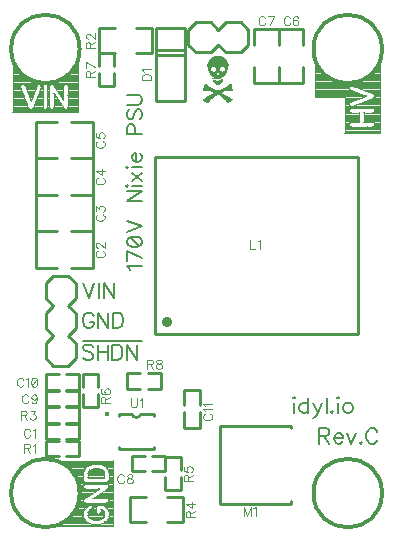
<source format=gbr>
G04 DipTrace 3.1.0.1*
G04 lt3757_nixie_power_supply_nosnub-route-5.TopSilk.gbr*
%MOIN*%
G04 #@! TF.FileFunction,Legend,Top*
G04 #@! TF.Part,Single*
%ADD10C,0.009843*%
%ADD12C,0.002992*%
%ADD14C,0.011811*%
%ADD18C,0.003937*%
%ADD19C,0.001969*%
%ADD26C,0.035416*%
%ADD32C,0.01571*%
%ADD73C,0.004632*%
%ADD74C,0.00772*%
%FSLAX26Y26*%
G04*
G70*
G90*
G75*
G01*
G04 TopSilk*
%LPD*%
X565269Y750315D2*
D10*
X521969D1*
Y699134D1*
X565269D1*
X632194Y750315D2*
X588893D1*
X632205D2*
Y699134D1*
X588893D2*
X632194D1*
X606614Y1392047D2*
X677480D1*
X488504Y1270000D2*
X559370D1*
X677480Y1392047D2*
Y1270000D1*
X488504Y1392047D2*
X559370D1*
X488504D2*
Y1270000D1*
X604649D2*
X677480D1*
X606614Y1514094D2*
X677480D1*
X488504Y1392047D2*
X559370D1*
X677480Y1514094D2*
Y1392047D1*
X488504Y1514094D2*
X559370D1*
X488504D2*
Y1392047D1*
X604649D2*
X677480D1*
X606614Y1636142D2*
X677480D1*
X488504Y1514094D2*
X559370D1*
X677480Y1636142D2*
Y1514094D1*
X488504Y1636142D2*
X559370D1*
X488504D2*
Y1514094D1*
X604649D2*
X677480D1*
X606614Y1758189D2*
X677480D1*
X488504Y1636142D2*
X559370D1*
X677480Y1758189D2*
Y1636142D1*
X488504Y1758189D2*
X559370D1*
X488504D2*
Y1636142D1*
X604649D2*
X677480D1*
X1297559Y1888110D2*
Y1941260D1*
X1380236Y1888110D2*
Y1941260D1*
X1297559Y2012126D2*
Y2065276D1*
X1380236Y1888110D2*
X1297559D1*
X1380236Y2012126D2*
Y2065276D1*
X1297559D1*
X1214882Y1888110D2*
Y1941260D1*
X1297559Y1888110D2*
Y1941260D1*
X1214882Y2012126D2*
Y2065276D1*
X1297559Y1888110D2*
X1214882D1*
X1297559Y2012126D2*
Y2065276D1*
X1214882D1*
X852671Y644016D2*
X809370D1*
Y592835D1*
X852671D1*
X919595Y644016D2*
X876294D1*
X919606D2*
Y592835D1*
X876294D2*
X919595D1*
X565269Y860551D2*
X521969D1*
Y809370D1*
X565269D1*
X632194Y860551D2*
X588893D1*
X632205D2*
Y809370D1*
X588893D2*
X632194D1*
X565269Y915669D2*
X521969D1*
Y864488D1*
X565269D1*
X632194Y915669D2*
X588893D1*
X632205D2*
Y864488D1*
X588893D2*
X632194D1*
X1035748Y813313D2*
Y864488D1*
X980630D1*
Y813313D1*
X1035748Y789679D2*
Y738504D1*
X980630D1*
Y789679D1*
X984567Y1996366D2*
X890079D1*
X984567Y2071181D2*
X890079D1*
Y1827087D1*
X984567D1*
Y2071181D1*
Y1980622D2*
X894019D1*
X1021038Y1989685D2*
X1070986D1*
X1021038D2*
X995984Y2014685D1*
Y2064685D1*
X1021038Y2089685D1*
X1070986Y1989685D2*
X1096039Y2014685D1*
X1120933Y1989685D1*
X1195934Y2064685D2*
X1171041Y2089685D1*
X1120933D1*
X1096039Y2064685D1*
X1070986Y2089685D1*
X1045932D1*
X1021038D1*
X1120933Y1989685D2*
X1171041D1*
X1195934Y2014685D1*
Y2064685D1*
D26*
X925160Y1090756D3*
X883819Y1049434D2*
D10*
X1560984D1*
Y1639936D1*
X883819D1*
Y1049434D1*
X1102698Y744409D2*
Y484567D1*
X1338902Y744409D2*
X1102698D1*
X1338902Y484567D2*
X1102698D1*
X1338902Y744409D2*
Y736536D1*
Y484567D2*
Y492440D1*
X565269Y695197D2*
X521969D1*
Y644016D1*
X565269D1*
X632194Y695197D2*
X588893D1*
X632205D2*
Y644016D1*
X588893D2*
X632194D1*
X699134Y2069213D2*
X752283D1*
X699134Y1986535D2*
X752283D1*
X823150Y2069213D2*
X876299D1*
X699134Y1986535D2*
Y2069213D1*
X823150Y1986535D2*
X876299D1*
Y2069213D1*
X565269Y805433D2*
X521969D1*
Y754252D1*
X565269D1*
X632194Y805433D2*
X588893D1*
X632205D2*
Y754252D1*
X588893D2*
X632194D1*
X801496Y506220D2*
X854646D1*
X801496Y423543D2*
X854646D1*
X925512Y506220D2*
X978661D1*
X801496Y423543D2*
Y506220D1*
X925512Y423543D2*
X978661D1*
Y506220D1*
X970787Y596778D2*
Y640079D1*
X919606D1*
Y596778D1*
X970787Y529854D2*
Y573154D1*
Y529843D2*
X919606D1*
Y573154D2*
Y529854D1*
X644016Y848734D2*
Y805433D1*
X695197D1*
Y848734D1*
X644016Y915658D2*
Y872357D1*
Y915669D2*
X695197D1*
Y872357D2*
Y915658D1*
X699134Y1919600D2*
Y1876299D1*
X750315D1*
Y1919600D1*
X699134Y1986524D2*
Y1943224D1*
Y1986535D2*
X750315D1*
Y1943224D2*
Y1986524D1*
X860557Y868425D2*
X903858D1*
Y919606D1*
X860557D1*
X793633Y868425D2*
X836934D1*
X793622D2*
Y919606D1*
X836934D2*
X793633D1*
X764099Y783782D2*
Y775908D1*
X882200Y783782D2*
Y775908D1*
Y665669D2*
X764099D1*
D32*
X724732Y783776D3*
X764099Y783782D2*
D10*
X807394D1*
X882200Y673543D2*
Y665669D1*
X764099Y673543D2*
Y665669D1*
X807394Y783782D2*
G03X838906Y783782I15756J4595D01*
G01*
X882200D1*
X521181Y1219753D2*
Y1169803D1*
Y1219753D2*
X546181Y1244803D1*
X596181D1*
X621181Y1219753D1*
X521181Y1169803D2*
X546181Y1144753D1*
X521181Y1119853D1*
X596181Y944803D2*
X621181Y969853D1*
Y1019803D1*
X596181Y1044853D1*
X621181Y1069753D1*
Y1119853D1*
X596181Y1144753D1*
X621181Y1169803D1*
Y1194853D1*
Y1219753D1*
X521181Y1119853D2*
Y1069753D1*
X546181Y1044853D1*
X521181Y1019803D1*
Y969853D1*
X546181Y944803D1*
X596181D2*
X546181D1*
X412130Y1968031D2*
D18*
X413331D1*
X626673D2*
X627870D1*
X412130Y1964224D2*
X414622D1*
X625382D2*
X627866D1*
X412130Y1960421D2*
X416110D1*
X623890D2*
X627870D1*
X412130Y1956614D2*
X417902D1*
X622098D2*
X627870D1*
X412130Y1952807D2*
X419780D1*
X620220D2*
X627870D1*
X412130Y1949004D2*
X421724D1*
X618276D2*
X627870D1*
X412130Y1945197D2*
X424024D1*
X615976D2*
X627870D1*
X412130Y1941390D2*
X426567D1*
X613433D2*
X627870D1*
X412130Y1937587D2*
X429138D1*
X610862D2*
X627870D1*
X412130Y1933780D2*
X432083D1*
X607917D2*
X627870D1*
X412130Y1929972D2*
X435402D1*
X604598D2*
X627870D1*
X412130Y1926169D2*
X438780D1*
X601220D2*
X627870D1*
X412130Y1922362D2*
X442693D1*
X597307D2*
X627870D1*
X412130Y1918555D2*
X447028D1*
X592972D2*
X627870D1*
X412130Y1914752D2*
X451610D1*
X588390D2*
X627870D1*
X412130Y1910945D2*
X457150D1*
X582850D2*
X627870D1*
X412130Y1907138D2*
X463008D1*
X576992D2*
X627870D1*
X412130Y1903335D2*
X470382D1*
X569618D2*
X627870D1*
X412130Y1899528D2*
X478846D1*
X561154D2*
X627870D1*
X412130Y1895720D2*
X490358D1*
X549642D2*
X627870D1*
X412130Y1891917D2*
X516866D1*
X523134D2*
X627870D1*
X412130Y1888110D2*
X627870D1*
X412130Y1884303D2*
X441539D1*
X446224D2*
X495094D1*
X499760D2*
X516713D1*
X521374D2*
X538327D1*
X542988D2*
X585209D1*
X589886D2*
X627870D1*
X412130Y1880500D2*
X436787D1*
X450984D2*
X490327D1*
X504528D2*
X511945D1*
X526142D2*
X533559D1*
X547811D2*
X580449D1*
X594646D2*
X627870D1*
X412130Y1876693D2*
X435925D1*
X452492D2*
X488823D1*
X505386D2*
X511083D1*
X527004D2*
X532697D1*
X550346D2*
X579587D1*
X595516D2*
X627870D1*
X412130Y1872886D2*
X436957D1*
X453937D2*
X487374D1*
X504358D2*
X511083D1*
X527004D2*
X532697D1*
X552886D2*
X579587D1*
X595516D2*
X627870D1*
X412130Y1869083D2*
X438402D1*
X455390D2*
X485929D1*
X502913D2*
X511083D1*
X527004D2*
X532697D1*
X555421D2*
X579587D1*
X595516D2*
X627870D1*
X412130Y1865276D2*
X439854D1*
X456835D2*
X484476D1*
X501465D2*
X511083D1*
X527004D2*
X532697D1*
X557961D2*
X579587D1*
X595516D2*
X627870D1*
X412130Y1861469D2*
X441299D1*
X458283D2*
X483031D1*
X500012D2*
X511083D1*
X527004D2*
X532697D1*
X560500D2*
X579587D1*
X595516D2*
X627870D1*
X412130Y1857665D2*
X442748D1*
X459736D2*
X481579D1*
X498567D2*
X511083D1*
X527004D2*
X532697D1*
X563035D2*
X579587D1*
X595516D2*
X627870D1*
X412130Y1853858D2*
X444201D1*
X461181D2*
X480134D1*
X497114D2*
X511083D1*
X527004D2*
X532697D1*
X565575D2*
X579587D1*
X595516D2*
X627870D1*
X412130Y1850051D2*
X445646D1*
X462634D2*
X478685D1*
X495669D2*
X511083D1*
X527004D2*
X532697D1*
X568102D2*
X579587D1*
X595516D2*
X627870D1*
X412130Y1846248D2*
X447098D1*
X464079D2*
X477232D1*
X494224D2*
X511083D1*
X527004D2*
X532697D1*
X548618D2*
X551661D1*
X570642D2*
X579587D1*
X595516D2*
X627870D1*
X412130Y1842441D2*
X448543D1*
X465524D2*
X475787D1*
X492768D2*
X511083D1*
X527004D2*
X532697D1*
X548618D2*
X554197D1*
X573177D2*
X579587D1*
X595516D2*
X627870D1*
X412130Y1838634D2*
X449988D1*
X466980D2*
X474335D1*
X491323D2*
X511083D1*
X527004D2*
X532697D1*
X548618D2*
X556736D1*
X575717D2*
X579587D1*
X595516D2*
X627870D1*
X412130Y1834831D2*
X451445D1*
X468425D2*
X472890D1*
X489878D2*
X511083D1*
X527004D2*
X532697D1*
X548618D2*
X559272D1*
X578252D2*
X579587D1*
X595516D2*
X627870D1*
X412130Y1831024D2*
X452890D1*
X469870D2*
X471445D1*
X488425D2*
X511083D1*
X527004D2*
X532697D1*
X548618D2*
X561811D1*
X595516D2*
X627870D1*
X412130Y1827217D2*
X454335D1*
X486980D2*
X511083D1*
X527004D2*
X532697D1*
X548618D2*
X564346D1*
X595516D2*
X627870D1*
X412130Y1823413D2*
X455787D1*
X485528D2*
X511083D1*
X527004D2*
X532697D1*
X548618D2*
X566886D1*
X595516D2*
X627870D1*
X412130Y1819606D2*
X457232D1*
X484079D2*
X511083D1*
X527004D2*
X532697D1*
X548618D2*
X569421D1*
X595516D2*
X627870D1*
X412130Y1815799D2*
X458685D1*
X482634D2*
X511083D1*
X527004D2*
X532697D1*
X548618D2*
X571961D1*
X595516D2*
X627870D1*
X412130Y1811996D2*
X460134D1*
X481181D2*
X511083D1*
X527004D2*
X532697D1*
X548618D2*
X574496D1*
X595516D2*
X627870D1*
X412130Y1808189D2*
X461579D1*
X479736D2*
X511083D1*
X527004D2*
X532697D1*
X548618D2*
X577035D1*
X595516D2*
X627870D1*
X412130Y1804382D2*
X463031D1*
X478283D2*
X511429D1*
X526657D2*
X533043D1*
X548272D2*
X579571D1*
X595161D2*
X627870D1*
X412130Y1800579D2*
X465752D1*
X475567D2*
X514134D1*
X523949D2*
X535752D1*
X545567D2*
X582642D1*
X592457D2*
X627870D1*
X412130Y1796772D2*
X627870D1*
X412130Y1792965D2*
X627870D1*
X504866Y1875618D2*
X504504Y1874295D1*
X503882Y1875618D2*
D19*
G03X505850Y1875618I984J0D01*
G01*
G03X503882Y1875618I-984J0D01*
G01*
X503520Y1874295D2*
G03X505488Y1874295I984J0D01*
G01*
G03X503520Y1874295I-984J0D01*
G01*
X504504D2*
D18*
X477500Y1803413D1*
X476516D2*
D19*
G03X478484Y1803413I984J0D01*
G01*
G03X476516Y1803413I-984J0D01*
G01*
X477500D2*
D18*
X476906Y1802386D1*
X475921D2*
D19*
G03X477890Y1802386I984J0D01*
G01*
G03X475921Y1802386I-984J0D01*
G01*
X476906D2*
D18*
X476161Y1801461D1*
X475177D2*
D19*
G03X477146Y1801461I984J0D01*
G01*
G03X475177Y1801461I-984J0D01*
G01*
X476161D2*
D18*
X475283Y1800661D1*
X474299D2*
D19*
G03X476268Y1800661I984J0D01*
G01*
G03X474299Y1800661I-984J0D01*
G01*
X475283D2*
D18*
X474287Y1800012D1*
X473303D2*
D19*
G03X475272Y1800012I984J0D01*
G01*
G03X473303Y1800012I-984J0D01*
G01*
X474287D2*
D18*
X473205Y1799528D1*
X472220D2*
D19*
G03X474189Y1799528I984J0D01*
G01*
G03X472220Y1799528I-984J0D01*
G01*
X473205D2*
D18*
X472059Y1799217D1*
X471075D2*
D19*
G03X473043Y1799217I984J0D01*
G01*
G03X471075Y1799217I-984J0D01*
G01*
X472059D2*
D18*
X470878Y1799087D1*
X469894D2*
D19*
G03X471862Y1799087I984J0D01*
G01*
G03X469894Y1799087I-984J0D01*
G01*
X470878D2*
D18*
X469689Y1799146D1*
X468705D2*
D19*
G03X470673Y1799146I984J0D01*
G01*
G03X468705Y1799146I-984J0D01*
G01*
X469689D2*
D18*
X468528Y1799390D1*
X467543D2*
D19*
G03X469512Y1799390I984J0D01*
G01*
G03X467543Y1799390I-984J0D01*
G01*
X468528D2*
D18*
X467417Y1799811D1*
X466433D2*
D19*
G03X468402Y1799811I984J0D01*
G01*
G03X466433Y1799811I-984J0D01*
G01*
X467417D2*
D18*
X466390Y1800406D1*
X465406D2*
D19*
G03X467374Y1800406I984J0D01*
G01*
G03X465406Y1800406I-984J0D01*
G01*
X466390D2*
D18*
X465465Y1801150D1*
X464480D2*
D19*
G03X466449Y1801150I984J0D01*
G01*
G03X464480Y1801150I-984J0D01*
G01*
X465465D2*
D18*
X464665Y1802028D1*
X463681D2*
D19*
G03X465650Y1802028I984J0D01*
G01*
G03X463681Y1802028I-984J0D01*
G01*
X464665D2*
D18*
X464016Y1803024D1*
X463031D2*
D19*
G03X465000Y1803024I984J0D01*
G01*
G03X463031Y1803024I-984J0D01*
G01*
X464016D2*
D18*
X463583Y1803969D1*
X462598D2*
D19*
G03X464567Y1803969I984J0D01*
G01*
G03X462598Y1803969I-984J0D01*
G01*
X463583D2*
D18*
X436555Y1875091D1*
X435571D2*
D19*
G03X437539Y1875091I984J0D01*
G01*
G03X435571Y1875091I-984J0D01*
G01*
X436555D2*
D18*
X436370Y1876063D1*
X435386D2*
D19*
G03X437354Y1876063I984J0D01*
G01*
G03X435386Y1876063I-984J0D01*
G01*
X436370D2*
D18*
X436323Y1877307D1*
X435339D2*
D19*
G03X437307Y1877307I984J0D01*
G01*
G03X435339Y1877307I-984J0D01*
G01*
X436323D2*
D18*
X436500Y1878638D1*
X435516D2*
D19*
G03X437484Y1878638I984J0D01*
G01*
G03X435516Y1878638I-984J0D01*
G01*
X436500D2*
D18*
X436913Y1879945D1*
X435929D2*
D19*
G03X437898Y1879945I984J0D01*
G01*
G03X435929Y1879945I-984J0D01*
G01*
X436913D2*
D18*
X437587Y1881181D1*
X436602D2*
D19*
G03X438571Y1881181I984J0D01*
G01*
G03X436602Y1881181I-984J0D01*
G01*
X437587D2*
D18*
X438291Y1882087D1*
X437307D2*
D19*
G03X439276Y1882087I984J0D01*
G01*
G03X437307Y1882087I-984J0D01*
G01*
X438291D2*
D18*
X439327Y1883035D1*
X438343D2*
D19*
G03X440311Y1883035I984J0D01*
G01*
G03X438343Y1883035I-984J0D01*
G01*
X439327D2*
D18*
X440154Y1883579D1*
X439169D2*
D19*
G03X441138Y1883579I984J0D01*
G01*
G03X439169Y1883579I-984J0D01*
G01*
X440154D2*
D18*
X440933Y1883961D1*
X439949D2*
D19*
G03X441917Y1883961I984J0D01*
G01*
G03X439949Y1883961I-984J0D01*
G01*
X440933D2*
D18*
X442433Y1884413D1*
X441449D2*
D19*
G03X443417Y1884413I984J0D01*
G01*
G03X441449Y1884413I-984J0D01*
G01*
X442433D2*
D18*
X443559Y1884547D1*
X442575D2*
D19*
G03X444543Y1884547I984J0D01*
G01*
G03X442575Y1884547I-984J0D01*
G01*
X443559D2*
D18*
X444937Y1884484D1*
X443953D2*
D19*
G03X445921Y1884484I984J0D01*
G01*
G03X443953Y1884484I-984J0D01*
G01*
X444937D2*
D18*
X445906Y1884283D1*
X444921D2*
D19*
G03X446890Y1884283I984J0D01*
G01*
G03X444921Y1884283I-984J0D01*
G01*
X445906D2*
D18*
X446843Y1883957D1*
X445858D2*
D19*
G03X447827Y1883957I984J0D01*
G01*
G03X445858Y1883957I-984J0D01*
G01*
X446843D2*
D18*
X448150Y1883236D1*
X447165D2*
D19*
G03X449134Y1883236I984J0D01*
G01*
G03X447165Y1883236I-984J0D01*
G01*
X448150D2*
D18*
X448965Y1882598D1*
X447980D2*
D19*
G03X449949Y1882598I984J0D01*
G01*
G03X447980Y1882598I-984J0D01*
G01*
X448965D2*
D18*
X449780Y1881736D1*
X448795D2*
D19*
G03X450764Y1881736I984J0D01*
G01*
G03X448795Y1881736I-984J0D01*
G01*
X449780D2*
D18*
X450472Y1880717D1*
X449488D2*
D19*
G03X451457Y1880717I984J0D01*
G01*
G03X449488Y1880717I-984J0D01*
G01*
X450472D2*
D18*
X450961Y1879681D1*
X449976D2*
D19*
G03X451945Y1879681I984J0D01*
G01*
G03X449976Y1879681I-984J0D01*
G01*
X450961D2*
D18*
X470657Y1827929D1*
X469673D2*
D19*
G03X471642Y1827929I984J0D01*
G01*
G03X469673Y1827929I-984J0D01*
G01*
X470657D2*
D18*
X490681Y1880406D1*
X489697D2*
D19*
G03X491665Y1880406I984J0D01*
G01*
G03X489697Y1880406I-984J0D01*
G01*
X490681D2*
D18*
X491535Y1881736D1*
X490551D2*
D19*
G03X492520Y1881736I984J0D01*
G01*
G03X490551Y1881736I-984J0D01*
G01*
X491535D2*
D18*
X492508Y1882732D1*
X491524D2*
D19*
G03X493492Y1882732I984J0D01*
G01*
G03X491524Y1882732I-984J0D01*
G01*
X492508D2*
D18*
X493799Y1883630D1*
X492815D2*
D19*
G03X494783Y1883630I984J0D01*
G01*
G03X492815Y1883630I-984J0D01*
G01*
X493799D2*
D18*
X495079Y1884177D1*
X494094D2*
D19*
G03X496063Y1884177I984J0D01*
G01*
G03X494094Y1884177I-984J0D01*
G01*
X495079D2*
D18*
X496618Y1884512D1*
X495634D2*
D19*
G03X497602Y1884512I984J0D01*
G01*
G03X495634Y1884512I-984J0D01*
G01*
X496618D2*
D18*
X497803Y1884547D1*
X496819D2*
D19*
G03X498787Y1884547I984J0D01*
G01*
G03X496819Y1884547I-984J0D01*
G01*
X497803D2*
D18*
X498980Y1884398D1*
X497996D2*
D19*
G03X499965Y1884398I984J0D01*
G01*
G03X497996Y1884398I-984J0D01*
G01*
X498980D2*
D18*
X500122Y1884063D1*
X499138D2*
D19*
G03X501106Y1884063I984J0D01*
G01*
G03X499138Y1884063I-984J0D01*
G01*
X500122D2*
D18*
X500846Y1883736D1*
X499862D2*
D19*
G03X501831Y1883736I984J0D01*
G01*
G03X499862Y1883736I-984J0D01*
G01*
X500846D2*
D18*
X502177Y1882882D1*
X501193D2*
D19*
G03X503161Y1882882I984J0D01*
G01*
G03X501193Y1882882I-984J0D01*
G01*
X502177D2*
D18*
X503169Y1881913D1*
X502185D2*
D19*
G03X504154Y1881913I984J0D01*
G01*
G03X502185Y1881913I-984J0D01*
G01*
X503169D2*
D18*
X504071Y1880618D1*
X503087D2*
D19*
G03X505055Y1880618I984J0D01*
G01*
G03X503087Y1880618I-984J0D01*
G01*
X504071D2*
D18*
X504618Y1879343D1*
X503634D2*
D19*
G03X505602Y1879343I984J0D01*
G01*
G03X503634Y1879343I-984J0D01*
G01*
X504618D2*
D18*
X504953Y1877799D1*
X503969D2*
D19*
G03X505937Y1877799I984J0D01*
G01*
G03X503969Y1877799I-984J0D01*
G01*
X504953D2*
D18*
X504972Y1876413D1*
X503988D2*
D19*
G03X505957Y1876413I984J0D01*
G01*
G03X503988Y1876413I-984J0D01*
G01*
X513984Y1882610D2*
D18*
X515087Y1883441D1*
X513000Y1882610D2*
D19*
G03X514969Y1882610I984J0D01*
G01*
G03X513000Y1882610I-984J0D01*
G01*
X514102Y1883441D2*
G03X516071Y1883441I984J0D01*
G01*
G03X514102Y1883441I-984J0D01*
G01*
X515087D2*
D18*
X516146Y1883980D1*
X515161D2*
D19*
G03X517130Y1883980I984J0D01*
G01*
G03X515161Y1883980I-984J0D01*
G01*
X516146D2*
D18*
X517276Y1884346D1*
X516291D2*
D19*
G03X518260Y1884346I984J0D01*
G01*
G03X516291Y1884346I-984J0D01*
G01*
X517276D2*
D18*
X518449Y1884535D1*
X517465D2*
D19*
G03X519433Y1884535I984J0D01*
G01*
G03X517465Y1884535I-984J0D01*
G01*
X518449D2*
D18*
X519638D1*
X518654D2*
D19*
G03X520622Y1884535I984J0D01*
G01*
G03X518654Y1884535I-984J0D01*
G01*
X519638D2*
D18*
X520811Y1884346D1*
X519827D2*
D19*
G03X521795Y1884346I984J0D01*
G01*
G03X519827Y1884346I-984J0D01*
G01*
X520811D2*
D18*
X521941Y1883980D1*
X520957D2*
D19*
G03X522925Y1883980I984J0D01*
G01*
G03X520957Y1883980I-984J0D01*
G01*
X521941D2*
D18*
X523000Y1883441D1*
X522016D2*
D19*
G03X523984Y1883441I984J0D01*
G01*
G03X522016Y1883441I-984J0D01*
G01*
X523000D2*
D18*
X523961Y1882744D1*
X522976D2*
D19*
G03X524945Y1882744I984J0D01*
G01*
G03X522976Y1882744I-984J0D01*
G01*
X523961D2*
D18*
X524799Y1881906D1*
X523815D2*
D19*
G03X525783Y1881906I984J0D01*
G01*
G03X523815Y1881906I-984J0D01*
G01*
X524799D2*
D18*
X525496Y1880945D1*
X524512D2*
D19*
G03X526480Y1880945I984J0D01*
G01*
G03X524512Y1880945I-984J0D01*
G01*
X525496D2*
D18*
X526035Y1879886D1*
X525051D2*
D19*
G03X527020Y1879886I984J0D01*
G01*
G03X525051Y1879886I-984J0D01*
G01*
X526035D2*
D18*
X526402Y1878756D1*
X525417D2*
D19*
G03X527386Y1878756I984J0D01*
G01*
G03X525417Y1878756I-984J0D01*
G01*
X526402D2*
D18*
X526598Y1877390D1*
X525614D2*
D19*
G03X527583Y1877390I984J0D01*
G01*
G03X525614Y1877390I-984J0D01*
G01*
X526598D2*
D18*
X526614Y1845492D1*
X525630D2*
D19*
G03X527598Y1845492I984J0D01*
G01*
G03X525630Y1845492I-984J0D01*
G01*
X526614D2*
D18*
X526591Y1806059D1*
X525606D2*
D19*
G03X527575Y1806059I984J0D01*
G01*
G03X525606Y1806059I-984J0D01*
G01*
X526591D2*
D18*
X526402Y1804886D1*
X525417D2*
D19*
G03X527386Y1804886I984J0D01*
G01*
G03X525417Y1804886I-984J0D01*
G01*
X526402D2*
D18*
X526035Y1803756D1*
X525051D2*
D19*
G03X527020Y1803756I984J0D01*
G01*
G03X525051Y1803756I-984J0D01*
G01*
X526035D2*
D18*
X525496Y1802697D1*
X524512D2*
D19*
G03X526480Y1802697I984J0D01*
G01*
G03X524512Y1802697I-984J0D01*
G01*
X525496D2*
D18*
X524669Y1801594D1*
X523685D2*
D19*
G03X525654Y1801594I984J0D01*
G01*
G03X523685Y1801594I-984J0D01*
G01*
X524669D2*
D18*
X523492Y1800531D1*
X522508D2*
D19*
G03X524476Y1800531I984J0D01*
G01*
G03X522508Y1800531I-984J0D01*
G01*
X523492D2*
D18*
X522299Y1799827D1*
X521315D2*
D19*
G03X523283Y1799827I984J0D01*
G01*
G03X521315Y1799827I-984J0D01*
G01*
X522299D2*
D18*
X520811Y1799295D1*
X519827D2*
D19*
G03X521795Y1799295I984J0D01*
G01*
G03X519827Y1799295I-984J0D01*
G01*
X520811D2*
D18*
X519638Y1799106D1*
X518654D2*
D19*
G03X520622Y1799106I984J0D01*
G01*
G03X518654Y1799106I-984J0D01*
G01*
X519638D2*
D18*
X518449D1*
X517465D2*
D19*
G03X519433Y1799106I984J0D01*
G01*
G03X517465Y1799106I-984J0D01*
G01*
X518449D2*
D18*
X517276Y1799295D1*
X516291D2*
D19*
G03X518260Y1799295I984J0D01*
G01*
G03X516291Y1799295I-984J0D01*
G01*
X517276D2*
D18*
X516146Y1799661D1*
X515161D2*
D19*
G03X517130Y1799661I984J0D01*
G01*
G03X515161Y1799661I-984J0D01*
G01*
X516146D2*
D18*
X515087Y1800201D1*
X514102D2*
D19*
G03X516071Y1800201I984J0D01*
G01*
G03X514102Y1800201I-984J0D01*
G01*
X515087D2*
D18*
X514126Y1800898D1*
X513142D2*
D19*
G03X515110Y1800898I984J0D01*
G01*
G03X513142Y1800898I-984J0D01*
G01*
X514126D2*
D18*
X513287Y1801736D1*
X512303D2*
D19*
G03X514272Y1801736I984J0D01*
G01*
G03X512303Y1801736I-984J0D01*
G01*
X513287D2*
D18*
X512591Y1802697D1*
X511606D2*
D19*
G03X513575Y1802697I984J0D01*
G01*
G03X511606Y1802697I-984J0D01*
G01*
X512591D2*
D18*
X512051Y1803756D1*
X511067D2*
D19*
G03X513035Y1803756I984J0D01*
G01*
G03X511067Y1803756I-984J0D01*
G01*
X512051D2*
D18*
X511685Y1804886D1*
X510701D2*
D19*
G03X512669Y1804886I984J0D01*
G01*
G03X510701Y1804886I-984J0D01*
G01*
X511685D2*
D18*
X511496Y1806059D1*
X510512D2*
D19*
G03X512480Y1806059I984J0D01*
G01*
G03X510512Y1806059I-984J0D01*
G01*
X511496D2*
D18*
X511472Y1818465D1*
X510488D2*
D19*
G03X512457Y1818465I984J0D01*
G01*
G03X510488Y1818465I-984J0D01*
G01*
X511472D2*
D18*
X511496Y1877583D1*
X510512D2*
D19*
G03X512480Y1877583I984J0D01*
G01*
G03X510512Y1877583I-984J0D01*
G01*
X511496D2*
D18*
X511685Y1878756D1*
X510701D2*
D19*
G03X512669Y1878756I984J0D01*
G01*
G03X510701Y1878756I-984J0D01*
G01*
X511685D2*
D18*
X511913Y1879508D1*
X510929D2*
D19*
G03X512898Y1879508I984J0D01*
G01*
G03X510929Y1879508I-984J0D01*
G01*
X511913D2*
D18*
X512591Y1880945D1*
X511606D2*
D19*
G03X513575Y1880945I984J0D01*
G01*
G03X511606Y1880945I-984J0D01*
G01*
X512591D2*
D18*
X513421Y1882047D1*
X512437D2*
D19*
G03X514406Y1882047I984J0D01*
G01*
G03X512437Y1882047I-984J0D01*
G01*
X546961Y1881181D2*
D18*
X579980Y1831654D1*
X545976Y1881181D2*
D19*
G03X547945Y1881181I984J0D01*
G01*
G03X545976Y1881181I-984J0D01*
G01*
X578996Y1831654D2*
G03X580965Y1831654I984J0D01*
G01*
G03X578996Y1831654I-984J0D01*
G01*
X579980D2*
D18*
X580012Y1877657D1*
X579028D2*
D19*
G03X580996Y1877657I984J0D01*
G01*
G03X579028Y1877657I-984J0D01*
G01*
X580012D2*
D18*
X580252Y1879012D1*
X579268D2*
D19*
G03X581236Y1879012I984J0D01*
G01*
G03X579268Y1879012I-984J0D01*
G01*
X580252D2*
D18*
X580579Y1879945D1*
X579594D2*
D19*
G03X581563Y1879945I984J0D01*
G01*
G03X579594Y1879945I-984J0D01*
G01*
X580579D2*
D18*
X581028Y1880831D1*
X580043D2*
D19*
G03X582012Y1880831I984J0D01*
G01*
G03X580043Y1880831I-984J0D01*
G01*
X581028D2*
D18*
X581839Y1881949D1*
X580854D2*
D19*
G03X582823Y1881949I984J0D01*
G01*
G03X580854Y1881949I-984J0D01*
G01*
X581839D2*
D18*
X582661Y1882764D1*
X581677D2*
D19*
G03X583646Y1882764I984J0D01*
G01*
G03X581677Y1882764I-984J0D01*
G01*
X582661D2*
D18*
X583819Y1883579D1*
X582835D2*
D19*
G03X584803Y1883579I984J0D01*
G01*
G03X582835Y1883579I-984J0D01*
G01*
X583819D2*
D18*
X584713Y1884008D1*
X583728D2*
D19*
G03X585697Y1884008I984J0D01*
G01*
G03X583728Y1884008I-984J0D01*
G01*
X584713D2*
D18*
X585654Y1884319D1*
X584669D2*
D19*
G03X586638Y1884319I984J0D01*
G01*
G03X584669Y1884319I-984J0D01*
G01*
X585654D2*
D18*
X587075Y1884539D1*
X586091D2*
D19*
G03X588059Y1884539I984J0D01*
G01*
G03X586091Y1884539I-984J0D01*
G01*
X587075D2*
D18*
X588209Y1884528D1*
X587224D2*
D19*
G03X589193Y1884528I984J0D01*
G01*
G03X587224Y1884528I-984J0D01*
G01*
X588209D2*
D18*
X589571Y1884283D1*
X588587D2*
D19*
G03X590555Y1884283I984J0D01*
G01*
G03X588587Y1884283I-984J0D01*
G01*
X589571D2*
D18*
X590508Y1883957D1*
X589524D2*
D19*
G03X591492Y1883957I984J0D01*
G01*
G03X589524Y1883957I-984J0D01*
G01*
X590508D2*
D18*
X591508Y1883441D1*
X590524D2*
D19*
G03X592492Y1883441I984J0D01*
G01*
G03X590524Y1883441I-984J0D01*
G01*
X591508D2*
D18*
X592587Y1882630D1*
X591602D2*
D19*
G03X593571Y1882630I984J0D01*
G01*
G03X591602Y1882630I-984J0D01*
G01*
X592587D2*
D18*
X593307Y1881906D1*
X592323D2*
D19*
G03X594291Y1881906I984J0D01*
G01*
G03X592323Y1881906I-984J0D01*
G01*
X593307D2*
D18*
X594004Y1880945D1*
X593020D2*
D19*
G03X594988Y1880945I984J0D01*
G01*
G03X593020Y1880945I-984J0D01*
G01*
X594004D2*
D18*
X594567Y1879827D1*
X593583D2*
D19*
G03X595551Y1879827I984J0D01*
G01*
G03X593583Y1879827I-984J0D01*
G01*
X594567D2*
D18*
X594909Y1878756D1*
X593925D2*
D19*
G03X595894Y1878756I984J0D01*
G01*
G03X593925Y1878756I-984J0D01*
G01*
X594909D2*
D18*
X595106Y1877390D1*
X594122D2*
D19*
G03X596091Y1877390I984J0D01*
G01*
G03X594122Y1877390I-984J0D01*
G01*
X595106D2*
D18*
X595122Y1845492D1*
X594138D2*
D19*
G03X596106Y1845492I984J0D01*
G01*
G03X594138Y1845492I-984J0D01*
G01*
X595122D2*
D18*
X595114Y1806350D1*
X594130D2*
D19*
G03X596098Y1806350I984J0D01*
G01*
G03X594130Y1806350I-984J0D01*
G01*
X595114D2*
D18*
X594972Y1805169D1*
X593988D2*
D19*
G03X595957Y1805169I984J0D01*
G01*
G03X593988Y1805169I-984J0D01*
G01*
X594972D2*
D18*
X594650Y1804028D1*
X593665D2*
D19*
G03X595634Y1804028I984J0D01*
G01*
G03X593665Y1804028I-984J0D01*
G01*
X594650D2*
D18*
X594150Y1802949D1*
X593165D2*
D19*
G03X595134Y1802949I984J0D01*
G01*
G03X593165Y1802949I-984J0D01*
G01*
X594150D2*
D18*
X593492Y1801961D1*
X592508D2*
D19*
G03X594476Y1801961I984J0D01*
G01*
G03X592508Y1801961I-984J0D01*
G01*
X593492D2*
D18*
X592685Y1801091D1*
X591701D2*
D19*
G03X593669Y1801091I984J0D01*
G01*
G03X591701Y1801091I-984J0D01*
G01*
X592685D2*
D18*
X591748Y1800354D1*
X590764D2*
D19*
G03X592732Y1800354I984J0D01*
G01*
G03X590764Y1800354I-984J0D01*
G01*
X591748D2*
D18*
X590713Y1799776D1*
X589728D2*
D19*
G03X591697Y1799776I984J0D01*
G01*
G03X589728Y1799776I-984J0D01*
G01*
X590713D2*
D18*
X589598Y1799366D1*
X588614D2*
D19*
G03X590583Y1799366I984J0D01*
G01*
G03X588614Y1799366I-984J0D01*
G01*
X589598D2*
D18*
X588433Y1799138D1*
X587449D2*
D19*
G03X589417Y1799138I984J0D01*
G01*
G03X587449Y1799138I-984J0D01*
G01*
X588433D2*
D18*
X587248Y1799091D1*
X586264D2*
D19*
G03X588232Y1799091I984J0D01*
G01*
G03X586264Y1799091I-984J0D01*
G01*
X587248D2*
D18*
X586067Y1799232D1*
X585083D2*
D19*
G03X587051Y1799232I984J0D01*
G01*
G03X585083Y1799232I-984J0D01*
G01*
X586067D2*
D18*
X584925Y1799555D1*
X583941D2*
D19*
G03X585909Y1799555I984J0D01*
G01*
G03X583941Y1799555I-984J0D01*
G01*
X584925D2*
D18*
X583846Y1800055D1*
X582862D2*
D19*
G03X584831Y1800055I984J0D01*
G01*
G03X582862Y1800055I-984J0D01*
G01*
X583846D2*
D18*
X582858Y1800713D1*
X581874D2*
D19*
G03X583843Y1800713I984J0D01*
G01*
G03X581874Y1800713I-984J0D01*
G01*
X582858D2*
D18*
X581988Y1801520D1*
X581004D2*
D19*
G03X582972Y1801520I984J0D01*
G01*
G03X581004Y1801520I-984J0D01*
G01*
X581988D2*
D18*
X581252Y1802457D1*
X580268D2*
D19*
G03X582236Y1802457I984J0D01*
G01*
G03X580268Y1802457I-984J0D01*
G01*
X581252D2*
D18*
X548224Y1851992D1*
X547240D2*
D19*
G03X549209Y1851992I984J0D01*
G01*
G03X547240Y1851992I-984J0D01*
G01*
X548224D2*
D18*
X548197Y1805984D1*
X547213D2*
D19*
G03X549181Y1805984I984J0D01*
G01*
G03X547213Y1805984I-984J0D01*
G01*
X548197D2*
D18*
X547957Y1804630D1*
X546972D2*
D19*
G03X548941Y1804630I984J0D01*
G01*
G03X546972Y1804630I-984J0D01*
G01*
X547957D2*
D18*
X547630Y1803697D1*
X546646D2*
D19*
G03X548614Y1803697I984J0D01*
G01*
G03X546646Y1803697I-984J0D01*
G01*
X547630D2*
D18*
X547185Y1802811D1*
X546201D2*
D19*
G03X548169Y1802811I984J0D01*
G01*
G03X546201Y1802811I-984J0D01*
G01*
X547185D2*
D18*
X546370Y1801693D1*
X545386D2*
D19*
G03X547354Y1801693I984J0D01*
G01*
G03X545386Y1801693I-984J0D01*
G01*
X546370D2*
D18*
X545547Y1800878D1*
X544563D2*
D19*
G03X546531Y1800878I984J0D01*
G01*
G03X544563Y1800878I-984J0D01*
G01*
X545547D2*
D18*
X544390Y1800063D1*
X543406D2*
D19*
G03X545374Y1800063I984J0D01*
G01*
G03X543406Y1800063I-984J0D01*
G01*
X544390D2*
D18*
X543496Y1799634D1*
X542512D2*
D19*
G03X544480Y1799634I984J0D01*
G01*
G03X542512Y1799634I-984J0D01*
G01*
X543496D2*
D18*
X542555Y1799323D1*
X541571D2*
D19*
G03X543539Y1799323I984J0D01*
G01*
G03X541571Y1799323I-984J0D01*
G01*
X542555D2*
D18*
X541134Y1799102D1*
X540150D2*
D19*
G03X542118Y1799102I984J0D01*
G01*
G03X540150Y1799102I-984J0D01*
G01*
X541134D2*
D18*
X540000Y1799114D1*
X539016D2*
D19*
G03X540984Y1799114I984J0D01*
G01*
G03X539016Y1799114I-984J0D01*
G01*
X540000D2*
D18*
X538638Y1799358D1*
X537654D2*
D19*
G03X539622Y1799358I984J0D01*
G01*
G03X537654Y1799358I-984J0D01*
G01*
X538638D2*
D18*
X537701Y1799685D1*
X536717D2*
D19*
G03X538685Y1799685I984J0D01*
G01*
G03X536717Y1799685I-984J0D01*
G01*
X537701D2*
D18*
X536701Y1800201D1*
X535717D2*
D19*
G03X537685Y1800201I984J0D01*
G01*
G03X535717Y1800201I-984J0D01*
G01*
X536701D2*
D18*
X535614Y1801016D1*
X534630D2*
D19*
G03X536598Y1801016I984J0D01*
G01*
G03X534630Y1801016I-984J0D01*
G01*
X535614D2*
D18*
X534902Y1801736D1*
X533917D2*
D19*
G03X535886Y1801736I984J0D01*
G01*
G03X533917Y1801736I-984J0D01*
G01*
X534902D2*
D18*
X534205Y1802697D1*
X533220D2*
D19*
G03X535189Y1802697I984J0D01*
G01*
G03X533220Y1802697I-984J0D01*
G01*
X534205D2*
D18*
X533642Y1803815D1*
X532657D2*
D19*
G03X534626Y1803815I984J0D01*
G01*
G03X532657Y1803815I-984J0D01*
G01*
X533642D2*
D18*
X533299Y1804886D1*
X532315D2*
D19*
G03X534283Y1804886I984J0D01*
G01*
G03X532315Y1804886I-984J0D01*
G01*
X533299D2*
D18*
X533102Y1806252D1*
X532118D2*
D19*
G03X534087Y1806252I984J0D01*
G01*
G03X532118Y1806252I-984J0D01*
G01*
X533102D2*
D18*
X533087Y1838150D1*
X532102D2*
D19*
G03X534071Y1838150I984J0D01*
G01*
G03X532102Y1838150I-984J0D01*
G01*
X533087D2*
D18*
X533110Y1877583D1*
X532126D2*
D19*
G03X534094Y1877583I984J0D01*
G01*
G03X532126Y1877583I-984J0D01*
G01*
X533110D2*
D18*
X533299Y1878756D1*
X532315D2*
D19*
G03X534283Y1878756I984J0D01*
G01*
G03X532315Y1878756I-984J0D01*
G01*
X533299D2*
D18*
X533665Y1879886D1*
X532681D2*
D19*
G03X534650Y1879886I984J0D01*
G01*
G03X532681Y1879886I-984J0D01*
G01*
X533665D2*
D18*
X534205Y1880945D1*
X533220D2*
D19*
G03X535189Y1880945I984J0D01*
G01*
G03X533220Y1880945I-984J0D01*
G01*
X534205D2*
D18*
X534902Y1881906D1*
X533917D2*
D19*
G03X535886Y1881906I984J0D01*
G01*
G03X533917Y1881906I-984J0D01*
G01*
X534902D2*
D18*
X535740Y1882744D1*
X534756D2*
D19*
G03X536724Y1882744I984J0D01*
G01*
G03X534756Y1882744I-984J0D01*
G01*
X535740D2*
D18*
X536701Y1883441D1*
X535717D2*
D19*
G03X537685Y1883441I984J0D01*
G01*
G03X535717Y1883441I-984J0D01*
G01*
X536701D2*
D18*
X537760Y1883980D1*
X536776D2*
D19*
G03X538744Y1883980I984J0D01*
G01*
G03X536776Y1883980I-984J0D01*
G01*
X537760D2*
D18*
X538890Y1884346D1*
X537906D2*
D19*
G03X539874Y1884346I984J0D01*
G01*
G03X537906Y1884346I-984J0D01*
G01*
X538890D2*
D18*
X540063Y1884535D1*
X539079D2*
D19*
G03X541047Y1884535I984J0D01*
G01*
G03X539079Y1884535I-984J0D01*
G01*
X540063D2*
D18*
X541252D1*
X540268D2*
D19*
G03X542236Y1884535I984J0D01*
G01*
G03X540268Y1884535I-984J0D01*
G01*
X541252D2*
D18*
X542425Y1884346D1*
X541441D2*
D19*
G03X543409Y1884346I984J0D01*
G01*
G03X541441Y1884346I-984J0D01*
G01*
X542425D2*
D18*
X543555Y1883980D1*
X542571D2*
D19*
G03X544539Y1883980I984J0D01*
G01*
G03X542571Y1883980I-984J0D01*
G01*
X543555D2*
D18*
X544614Y1883441D1*
X543630D2*
D19*
G03X545598Y1883441I984J0D01*
G01*
G03X543630Y1883441I-984J0D01*
G01*
X544614D2*
D18*
X545575Y1882744D1*
X544591D2*
D19*
G03X546559Y1882744I984J0D01*
G01*
G03X544591Y1882744I-984J0D01*
G01*
X545575D2*
D18*
X546413Y1881906D1*
X545429D2*
D19*
G03X547398Y1881906I984J0D01*
G01*
G03X545429Y1881906I-984J0D01*
G01*
X546413D2*
D18*
X546783Y1881437D1*
X545799D2*
D19*
G03X547768Y1881437I984J0D01*
G01*
G03X545799Y1881437I-984J0D01*
G01*
X622287Y1957803D2*
D18*
X618209Y1949606D1*
X621303Y1957803D2*
D19*
G03X623272Y1957803I984J0D01*
G01*
G03X621303Y1957803I-984J0D01*
G01*
X617224Y1949606D2*
G03X619193Y1949606I984J0D01*
G01*
G03X617224Y1949606I-984J0D01*
G01*
X618209D2*
D18*
X616224Y1946197D1*
X615240D2*
D19*
G03X617209Y1946197I984J0D01*
G01*
G03X615240Y1946197I-984J0D01*
G01*
X616224D2*
D18*
X611358Y1938874D1*
X610374D2*
D19*
G03X612343Y1938874I984J0D01*
G01*
G03X610374Y1938874I-984J0D01*
G01*
X611358D2*
D18*
X609059Y1935677D1*
X608075D2*
D19*
G03X610043Y1935677I984J0D01*
G01*
G03X608075Y1935677I-984J0D01*
G01*
X609059D2*
D18*
X606780Y1932909D1*
X605795D2*
D19*
G03X607764Y1932909I984J0D01*
G01*
G03X605795Y1932909I-984J0D01*
G01*
X606780D2*
D18*
X600720Y1926051D1*
X599736D2*
D19*
G03X601705Y1926051I984J0D01*
G01*
G03X599736Y1926051I-984J0D01*
G01*
X600720D2*
D18*
X597921Y1923272D1*
X596937D2*
D19*
G03X598906Y1923272I984J0D01*
G01*
G03X596937Y1923272I-984J0D01*
G01*
X597921D2*
D18*
X590744Y1916957D1*
X589760D2*
D19*
G03X591728Y1916957I984J0D01*
G01*
G03X589760Y1916957I-984J0D01*
G01*
X590744D2*
D18*
X587665Y1914504D1*
X586681D2*
D19*
G03X588650Y1914504I984J0D01*
G01*
G03X586681Y1914504I-984J0D01*
G01*
X587665D2*
D18*
X583740Y1911799D1*
X582756D2*
D19*
G03X584724Y1911799I984J0D01*
G01*
G03X582756Y1911799I-984J0D01*
G01*
X583740D2*
D18*
X577728Y1907823D1*
X576744D2*
D19*
G03X578713Y1907823I984J0D01*
G01*
G03X576744Y1907823I-984J0D01*
G01*
X577728D2*
D18*
X574307Y1905862D1*
X573323D2*
D19*
G03X575291Y1905862I984J0D01*
G01*
G03X573323Y1905862I-984J0D01*
G01*
X574307D2*
D18*
X566429Y1901953D1*
X565445D2*
D19*
G03X567413Y1901953I984J0D01*
G01*
G03X565445Y1901953I-984J0D01*
G01*
X566429D2*
D18*
X562843Y1900335D1*
X561858D2*
D19*
G03X563827Y1900335I984J0D01*
G01*
G03X561858Y1900335I-984J0D01*
G01*
X562843D2*
D18*
X559484Y1899079D1*
X558500D2*
D19*
G03X560469Y1899079I984J0D01*
G01*
G03X558500Y1899079I-984J0D01*
G01*
X559484D2*
D18*
X550803Y1896169D1*
X549819D2*
D19*
G03X551787Y1896169I984J0D01*
G01*
G03X549819Y1896169I-984J0D01*
G01*
X550803D2*
D18*
X546992Y1895161D1*
X546008D2*
D19*
G03X547976Y1895161I984J0D01*
G01*
G03X546008Y1895161I-984J0D01*
G01*
X546992D2*
D18*
X538370Y1893421D1*
X537386D2*
D19*
G03X539354Y1893421I984J0D01*
G01*
G03X537386Y1893421I-984J0D01*
G01*
X538370D2*
D18*
X534484Y1892787D1*
X533500D2*
D19*
G03X535469Y1892787I984J0D01*
G01*
G03X533500Y1892787I-984J0D01*
G01*
X534484D2*
D18*
X530917Y1892445D1*
X529933D2*
D19*
G03X531902Y1892445I984J0D01*
G01*
G03X529933Y1892445I-984J0D01*
G01*
X530917D2*
D18*
X521780Y1891878D1*
X520795D2*
D19*
G03X522764Y1891878I984J0D01*
G01*
G03X520795Y1891878I-984J0D01*
G01*
X521780D2*
D18*
X517835Y1891890D1*
X516850D2*
D19*
G03X518819Y1891890I984J0D01*
G01*
G03X516850Y1891890I-984J0D01*
G01*
X517835D2*
D18*
X509059Y1892445D1*
X508075D2*
D19*
G03X510043Y1892445I984J0D01*
G01*
G03X508075Y1892445I-984J0D01*
G01*
X509059D2*
D18*
X505142Y1892839D1*
X504157D2*
D19*
G03X506126Y1892839I984J0D01*
G01*
G03X504157Y1892839I-984J0D01*
G01*
X505142D2*
D18*
X501606Y1893425D1*
X500622D2*
D19*
G03X502591Y1893425I984J0D01*
G01*
G03X500622Y1893425I-984J0D01*
G01*
X501606D2*
D18*
X492634Y1895248D1*
X491650D2*
D19*
G03X493618Y1895248I984J0D01*
G01*
G03X491650Y1895248I-984J0D01*
G01*
X492634D2*
D18*
X488831Y1896280D1*
X487846D2*
D19*
G03X489815Y1896280I984J0D01*
G01*
G03X487846Y1896280I-984J0D01*
G01*
X488831D2*
D18*
X480492Y1899087D1*
X479508D2*
D19*
G03X481476Y1899087I984J0D01*
G01*
G03X479508Y1899087I-984J0D01*
G01*
X480492D2*
D18*
X476811Y1900480D1*
X475827D2*
D19*
G03X477795Y1900480I984J0D01*
G01*
G03X475827Y1900480I-984J0D01*
G01*
X476811D2*
D18*
X473551Y1901965D1*
X472567D2*
D19*
G03X474535Y1901965I984J0D01*
G01*
G03X472567Y1901965I-984J0D01*
G01*
X473551D2*
D18*
X465354Y1906043D1*
X464370D2*
D19*
G03X466339Y1906043I984J0D01*
G01*
G03X464370Y1906043I-984J0D01*
G01*
X465354D2*
D18*
X461945Y1908028D1*
X460961D2*
D19*
G03X462929Y1908028I984J0D01*
G01*
G03X460961Y1908028I-984J0D01*
G01*
X461945D2*
D18*
X454622Y1912894D1*
X453638D2*
D19*
G03X455606Y1912894I984J0D01*
G01*
G03X453638Y1912894I-984J0D01*
G01*
X454622D2*
D18*
X451425Y1915193D1*
X450441D2*
D19*
G03X452409Y1915193I984J0D01*
G01*
X1413701Y520000D2*
D14*
G02X1413701Y520000I114173J0D01*
G01*
X452409Y1915193D2*
D19*
G03X450441Y1915193I-984J0D01*
G01*
X451425D2*
D18*
X448657Y1917472D1*
X447673D2*
D19*
G03X449642Y1917472I984J0D01*
G01*
G03X447673Y1917472I-984J0D01*
G01*
X448657D2*
D18*
X441799Y1923531D1*
X440815D2*
D19*
G03X442783Y1923531I984J0D01*
G01*
G03X440815Y1923531I-984J0D01*
G01*
X441799D2*
D18*
X439020Y1926331D1*
X438035D2*
D19*
G03X440004Y1926331I984J0D01*
G01*
G03X438035Y1926331I-984J0D01*
G01*
X439020D2*
D18*
X433205Y1932929D1*
X432220D2*
D19*
G03X434189Y1932929I984J0D01*
G01*
G03X432220Y1932929I-984J0D01*
G01*
X433205D2*
D18*
X430713Y1935976D1*
X429728D2*
D19*
G03X431697Y1935976I984J0D01*
G01*
G03X429728Y1935976I-984J0D01*
G01*
X430713D2*
D18*
X428630Y1938894D1*
X427646D2*
D19*
G03X429614Y1938894I984J0D01*
G01*
G03X427646Y1938894I-984J0D01*
G01*
X428630D2*
D18*
X423571Y1946524D1*
X422587D2*
D19*
G03X424555Y1946524I984J0D01*
G01*
G03X422587Y1946524I-984J0D01*
G01*
X423571D2*
D18*
X421610Y1949945D1*
X420626D2*
D19*
G03X422594Y1949945I984J0D01*
G01*
G03X420626Y1949945I-984J0D01*
G01*
X421610D2*
D18*
X417701Y1957823D1*
X416717D2*
D19*
G03X418685Y1957823I984J0D01*
G01*
G03X416717Y1957823I-984J0D01*
G01*
X417701D2*
D18*
X416083Y1961409D1*
X415098D2*
D19*
G03X417067Y1961409I984J0D01*
G01*
G03X415098Y1961409I-984J0D01*
G01*
X416083D2*
D18*
X414827Y1964768D1*
X413843D2*
D19*
G03X415811Y1964768I984J0D01*
G01*
G03X413843Y1964768I-984J0D01*
G01*
X414827D2*
D18*
X411913Y1973457D1*
X410929D2*
D19*
G03X412898Y1973457I984J0D01*
G01*
G03X410929Y1973457I-984J0D01*
G01*
X411913D2*
D18*
X411732Y1972756D1*
X410748D2*
D19*
G03X412717Y1972756I984J0D01*
G01*
G03X410748Y1972756I-984J0D01*
G01*
X411732D2*
D18*
Y1789693D1*
X410748D2*
D19*
G03X412717Y1789693I984J0D01*
G01*
G03X410748Y1789693I-984J0D01*
G01*
X411732D2*
D18*
X628260Y1789685D1*
X627276D2*
D19*
G03X629244Y1789685I984J0D01*
G01*
G03X627276Y1789685I-984J0D01*
G01*
X628260D2*
D18*
X628268Y1974071D1*
X627283D2*
D19*
G03X629252Y1974071I984J0D01*
G01*
G03X627283Y1974071I-984J0D01*
G01*
X628268D2*
D18*
X626850Y1969709D1*
X625866D2*
D19*
G03X627835Y1969709I984J0D01*
G01*
G03X625866Y1969709I-984J0D01*
G01*
X626850D2*
D18*
X624500Y1962894D1*
X623516D2*
D19*
G03X625484Y1962894I984J0D01*
G01*
G03X623516Y1962894I-984J0D01*
G01*
X624500D2*
D18*
X622980Y1959256D1*
X621996D2*
D19*
G03X623965Y1959256I984J0D01*
G01*
G03X621996Y1959256I-984J0D01*
G01*
X1420004Y1964094D2*
D18*
X1421205D1*
X1634547D2*
X1635744D1*
X1420004Y1960287D2*
X1422496D1*
X1633256D2*
X1635740D1*
X1420004Y1956484D2*
X1423984D1*
X1631764D2*
X1635744D1*
X1420004Y1952677D2*
X1425776D1*
X1629972D2*
X1635744D1*
X1420004Y1948870D2*
X1427654D1*
X1628094D2*
X1635744D1*
X1420004Y1945067D2*
X1429598D1*
X1626150D2*
X1635744D1*
X1420004Y1941260D2*
X1431898D1*
X1623850D2*
X1635744D1*
X1420004Y1937453D2*
X1434441D1*
X1621307D2*
X1635744D1*
X1420004Y1933650D2*
X1437012D1*
X1618736D2*
X1635744D1*
X1420004Y1929843D2*
X1439957D1*
X1615791D2*
X1635744D1*
X1420004Y1926035D2*
X1443276D1*
X1612472D2*
X1635744D1*
X1420004Y1922232D2*
X1446654D1*
X1609094D2*
X1635744D1*
X1420004Y1918425D2*
X1450567D1*
X1605181D2*
X1635744D1*
X1420004Y1914618D2*
X1454902D1*
X1600846D2*
X1635744D1*
X1420004Y1910815D2*
X1459484D1*
X1596264D2*
X1635744D1*
X1420004Y1907008D2*
X1465024D1*
X1590724D2*
X1635744D1*
X1420004Y1903201D2*
X1470882D1*
X1584866D2*
X1635744D1*
X1420004Y1899398D2*
X1478256D1*
X1577492D2*
X1635744D1*
X1420004Y1895591D2*
X1486720D1*
X1569028D2*
X1635744D1*
X1420004Y1891783D2*
X1498232D1*
X1557516D2*
X1635744D1*
X1420004Y1887980D2*
X1524740D1*
X1531008D2*
X1635744D1*
X1420004Y1884173D2*
X1635744D1*
X1420004Y1880366D2*
X1635744D1*
X1420004Y1876563D2*
X1534720D1*
X1547571D2*
X1635744D1*
X1420004Y1872756D2*
X1532551D1*
X1557567D2*
X1635744D1*
X1420004Y1868949D2*
X1532665D1*
X1567571D2*
X1635744D1*
X1420004Y1865146D2*
X1535228D1*
X1577567D2*
X1635744D1*
X1420004Y1861339D2*
X1544224D1*
X1587571D2*
X1635744D1*
X1420004Y1857531D2*
X1554220D1*
X1597571D2*
X1635744D1*
X1420004Y1853728D2*
X1564224D1*
X1607567D2*
X1635744D1*
X1420004Y1849921D2*
X1574220D1*
X1616122D2*
X1635744D1*
X1420004Y1846114D2*
X1584224D1*
X1618409D2*
X1635744D1*
X1420004Y1842311D2*
X1583764D1*
X1618362D2*
X1635744D1*
X1518421Y1838504D2*
X1573768D1*
X1615933D2*
X1635744D1*
X1518421Y1834697D2*
X1563772D1*
X1607110D2*
X1635744D1*
X1518421Y1830894D2*
X1553768D1*
X1597114D2*
X1635744D1*
X1518421Y1827087D2*
X1543772D1*
X1587110D2*
X1635744D1*
X1518421Y1823280D2*
X1535012D1*
X1577114D2*
X1635744D1*
X1518421Y1819476D2*
X1532622D1*
X1567118D2*
X1635744D1*
X1518421Y1815669D2*
X1532598D1*
X1557114D2*
X1635744D1*
X1518421Y1811862D2*
X1534913D1*
X1547118D2*
X1635744D1*
X1518421Y1808059D2*
X1635744D1*
X1518421Y1804252D2*
X1635744D1*
X1518421Y1800445D2*
X1533874D1*
X1617114D2*
X1635744D1*
X1518421Y1796642D2*
X1532398D1*
X1618591D2*
X1635744D1*
X1518421Y1792835D2*
X1533020D1*
X1617976D2*
X1635744D1*
X1518421Y1789028D2*
X1536780D1*
X1614217D2*
X1635744D1*
X1518421Y1785224D2*
X1565870D1*
X1581791D2*
X1635744D1*
X1518421Y1781417D2*
X1565870D1*
X1581791D2*
X1635744D1*
X1518421Y1777610D2*
X1565870D1*
X1581791D2*
X1635744D1*
X1518421Y1773807D2*
X1565870D1*
X1581791D2*
X1635744D1*
X1518421Y1770000D2*
X1565870D1*
X1581791D2*
X1635744D1*
X1518421Y1766193D2*
X1565870D1*
X1581791D2*
X1635744D1*
X1518421Y1762390D2*
X1565870D1*
X1581791D2*
X1635744D1*
X1518421Y1758583D2*
X1565870D1*
X1581791D2*
X1635744D1*
X1518421Y1754776D2*
X1535020D1*
X1615969D2*
X1635744D1*
X1518421Y1750972D2*
X1532622D1*
X1618370D2*
X1635744D1*
X1518421Y1747165D2*
X1532598D1*
X1618402D2*
X1635744D1*
X1518421Y1743358D2*
X1534906D1*
X1616087D2*
X1635744D1*
X1518421Y1739555D2*
X1635744D1*
X1518421Y1735748D2*
X1635744D1*
X1518421Y1731941D2*
X1635744D1*
X1518421Y1728138D2*
X1635744D1*
X1518421Y1724331D2*
X1635744D1*
X1518421Y1720524D2*
X1635744D1*
X1533500Y1752276D2*
X1534205Y1753469D1*
X1532516Y1752276D2*
D19*
G03X1534484Y1752276I984J0D01*
G01*
G03X1532516Y1752276I-984J0D01*
G01*
X1533220Y1753469D2*
G03X1535189Y1753469I984J0D01*
G01*
G03X1533220Y1753469I-984J0D01*
G01*
X1534205D2*
D18*
X1534705Y1754079D1*
X1533720D2*
D19*
G03X1535689Y1754079I984J0D01*
G01*
G03X1533720Y1754079I-984J0D01*
G01*
X1534705D2*
D18*
X1536370Y1755472D1*
X1535386D2*
D19*
G03X1537354Y1755472I984J0D01*
G01*
G03X1535386Y1755472I-984J0D01*
G01*
X1536370D2*
D18*
X1537492Y1756035D1*
X1536508D2*
D19*
G03X1538476Y1756035I984J0D01*
G01*
G03X1536508Y1756035I-984J0D01*
G01*
X1537492D2*
D18*
X1538559Y1756378D1*
X1537575D2*
D19*
G03X1539543Y1756378I984J0D01*
G01*
G03X1537575Y1756378I-984J0D01*
G01*
X1538559D2*
D18*
X1539925Y1756571D1*
X1538941D2*
D19*
G03X1540909Y1756571I984J0D01*
G01*
G03X1538941Y1756571I-984J0D01*
G01*
X1539925D2*
D18*
X1566264Y1756591D1*
X1565280D2*
D19*
G03X1567248Y1756591I984J0D01*
G01*
G03X1565280Y1756591I-984J0D01*
G01*
X1566264D2*
D18*
X1566260Y1788335D1*
X1565276D2*
D19*
G03X1567244Y1788335I984J0D01*
G01*
G03X1565276Y1788335I-984J0D01*
G01*
X1566260D2*
D18*
X1539732Y1788362D1*
X1538748D2*
D19*
G03X1540717Y1788362I984J0D01*
G01*
G03X1538748Y1788362I-984J0D01*
G01*
X1539732D2*
D18*
X1538559Y1788551D1*
X1537575D2*
D19*
G03X1539543Y1788551I984J0D01*
G01*
G03X1537575Y1788551I-984J0D01*
G01*
X1538559D2*
D18*
X1537429Y1788917D1*
X1536445D2*
D19*
G03X1538413Y1788917I984J0D01*
G01*
G03X1536445Y1788917I-984J0D01*
G01*
X1537429D2*
D18*
X1536370Y1789457D1*
X1535386D2*
D19*
G03X1537354Y1789457I984J0D01*
G01*
G03X1535386Y1789457I-984J0D01*
G01*
X1536370D2*
D18*
X1535264Y1790291D1*
X1534280D2*
D19*
G03X1536248Y1790291I984J0D01*
G01*
G03X1534280Y1790291I-984J0D01*
G01*
X1535264D2*
D18*
X1534205Y1791461D1*
X1533220D2*
D19*
G03X1535189Y1791461I984J0D01*
G01*
G03X1533220Y1791461I-984J0D01*
G01*
X1534205D2*
D18*
X1533504Y1792650D1*
X1532520D2*
D19*
G03X1534488Y1792650I984J0D01*
G01*
G03X1532520Y1792650I-984J0D01*
G01*
X1533504D2*
D18*
X1532969Y1794142D1*
X1531984D2*
D19*
G03X1533953Y1794142I984J0D01*
G01*
G03X1531984Y1794142I-984J0D01*
G01*
X1532969D2*
D18*
X1532772Y1795512D1*
X1531787D2*
D19*
G03X1533756Y1795512I984J0D01*
G01*
G03X1531787Y1795512I-984J0D01*
G01*
X1532772D2*
D18*
X1532850Y1797094D1*
X1531866D2*
D19*
G03X1533835Y1797094I984J0D01*
G01*
G03X1531866Y1797094I-984J0D01*
G01*
X1532850D2*
D18*
X1533197Y1798429D1*
X1532213D2*
D19*
G03X1534181Y1798429I984J0D01*
G01*
G03X1532213Y1798429I-984J0D01*
G01*
X1533197D2*
D18*
X1533874Y1799866D1*
X1532890D2*
D19*
G03X1534858Y1799866I984J0D01*
G01*
G03X1532890Y1799866I-984J0D01*
G01*
X1533874D2*
D18*
X1534705Y1800969D1*
X1533720D2*
D19*
G03X1535689Y1800969I984J0D01*
G01*
G03X1533720Y1800969I-984J0D01*
G01*
X1534705D2*
D18*
X1535878Y1802031D1*
X1534894D2*
D19*
G03X1536862Y1802031I984J0D01*
G01*
G03X1534894Y1802031I-984J0D01*
G01*
X1535878D2*
D18*
X1536890Y1802654D1*
X1535906D2*
D19*
G03X1537874Y1802654I984J0D01*
G01*
G03X1535906Y1802654I-984J0D01*
G01*
X1536890D2*
D18*
X1537988Y1803106D1*
X1537004D2*
D19*
G03X1538972Y1803106I984J0D01*
G01*
G03X1537004Y1803106I-984J0D01*
G01*
X1537988D2*
D18*
X1539142Y1803386D1*
X1538157D2*
D19*
G03X1540126Y1803386I984J0D01*
G01*
G03X1538157Y1803386I-984J0D01*
G01*
X1539142D2*
D18*
X1540327Y1803480D1*
X1539343D2*
D19*
G03X1541311Y1803480I984J0D01*
G01*
G03X1539343Y1803480I-984J0D01*
G01*
X1540327D2*
D18*
X1611323Y1803449D1*
X1610339D2*
D19*
G03X1612307Y1803449I984J0D01*
G01*
G03X1610339Y1803449I-984J0D01*
G01*
X1611323D2*
D18*
X1612685Y1803205D1*
X1611701D2*
D19*
G03X1613669Y1803205I984J0D01*
G01*
G03X1611701Y1803205I-984J0D01*
G01*
X1612685D2*
D18*
X1613622Y1802878D1*
X1612638D2*
D19*
G03X1614606Y1802878I984J0D01*
G01*
G03X1612638Y1802878I-984J0D01*
G01*
X1613622D2*
D18*
X1614622Y1802362D1*
X1613638D2*
D19*
G03X1615606Y1802362I984J0D01*
G01*
G03X1613638Y1802362I-984J0D01*
G01*
X1614622D2*
D18*
X1615709Y1801547D1*
X1614724D2*
D19*
G03X1616693Y1801547I984J0D01*
G01*
G03X1614724Y1801547I-984J0D01*
G01*
X1615709D2*
D18*
X1616421Y1800827D1*
X1615437D2*
D19*
G03X1617406Y1800827I984J0D01*
G01*
G03X1615437Y1800827I-984J0D01*
G01*
X1616421D2*
D18*
X1617118Y1799866D1*
X1616134D2*
D19*
G03X1618102Y1799866I984J0D01*
G01*
G03X1616134Y1799866I-984J0D01*
G01*
X1617118D2*
D18*
X1617252Y1799638D1*
X1616268D2*
D19*
G03X1618236Y1799638I984J0D01*
G01*
G03X1616268Y1799638I-984J0D01*
G01*
X1617252D2*
D18*
X1617862Y1798248D1*
X1616878D2*
D19*
G03X1618846Y1798248I984J0D01*
G01*
G03X1616878Y1798248I-984J0D01*
G01*
X1617862D2*
D18*
X1618142Y1797094D1*
X1617157D2*
D19*
G03X1619126Y1797094I984J0D01*
G01*
G03X1617157Y1797094I-984J0D01*
G01*
X1618142D2*
D18*
X1618236Y1795909D1*
X1617252D2*
D19*
G03X1619220Y1795909I984J0D01*
G01*
G03X1617252Y1795909I-984J0D01*
G01*
X1618236D2*
D18*
X1618142Y1794724D1*
X1617157D2*
D19*
G03X1619126Y1794724I984J0D01*
G01*
G03X1617157Y1794724I-984J0D01*
G01*
X1618142D2*
D18*
X1617795Y1793386D1*
X1616811D2*
D19*
G03X1618780Y1793386I984J0D01*
G01*
G03X1616811Y1793386I-984J0D01*
G01*
X1617795D2*
D18*
X1617409Y1792472D1*
X1616425D2*
D19*
G03X1618394Y1792472I984J0D01*
G01*
G03X1616425Y1792472I-984J0D01*
G01*
X1617409D2*
D18*
X1616787Y1791461D1*
X1615803D2*
D19*
G03X1617772Y1791461I984J0D01*
G01*
G03X1615803Y1791461I-984J0D01*
G01*
X1616787D2*
D18*
X1615969Y1790512D1*
X1614984D2*
D19*
G03X1616953Y1790512I984J0D01*
G01*
G03X1614984Y1790512I-984J0D01*
G01*
X1615969D2*
D18*
X1615114Y1789787D1*
X1614130D2*
D19*
G03X1616098Y1789787I984J0D01*
G01*
G03X1614130Y1789787I-984J0D01*
G01*
X1615114D2*
D18*
X1613961Y1789098D1*
X1612976D2*
D19*
G03X1614945Y1789098I984J0D01*
G01*
G03X1612976Y1789098I-984J0D01*
G01*
X1613961D2*
D18*
X1612937Y1788693D1*
X1611953D2*
D19*
G03X1613921Y1788693I984J0D01*
G01*
G03X1611953Y1788693I-984J0D01*
G01*
X1612937D2*
D18*
X1611587Y1788394D1*
X1610602D2*
D19*
G03X1612571Y1788394I984J0D01*
G01*
G03X1610602Y1788394I-984J0D01*
G01*
X1611587D2*
D18*
X1610598Y1788339D1*
X1609614D2*
D19*
G03X1611583Y1788339I984J0D01*
G01*
G03X1609614Y1788339I-984J0D01*
G01*
X1610598D2*
D18*
X1581406D1*
X1580421D2*
D19*
G03X1582390Y1788339I984J0D01*
G01*
G03X1580421Y1788339I-984J0D01*
G01*
X1581406D2*
D18*
X1581398Y1756591D1*
X1580413D2*
D19*
G03X1582382Y1756591I984J0D01*
G01*
G03X1580413Y1756591I-984J0D01*
G01*
X1581398D2*
D18*
X1611323Y1756559D1*
X1610339D2*
D19*
G03X1612307Y1756559I984J0D01*
G01*
G03X1610339Y1756559I-984J0D01*
G01*
X1611323D2*
D18*
X1613004Y1756217D1*
X1612020D2*
D19*
G03X1613988Y1756217I984J0D01*
G01*
G03X1612020Y1756217I-984J0D01*
G01*
X1613004D2*
D18*
X1614102Y1755764D1*
X1613118D2*
D19*
G03X1615087Y1755764I984J0D01*
G01*
G03X1613118Y1755764I-984J0D01*
G01*
X1614102D2*
D18*
X1615114Y1755142D1*
X1614130D2*
D19*
G03X1616098Y1755142I984J0D01*
G01*
G03X1614130Y1755142I-984J0D01*
G01*
X1615114D2*
D18*
X1616063Y1754327D1*
X1615079D2*
D19*
G03X1617047Y1754327I984J0D01*
G01*
G03X1615079Y1754327I-984J0D01*
G01*
X1616063D2*
D18*
X1616787Y1753469D1*
X1615803D2*
D19*
G03X1617772Y1753469I984J0D01*
G01*
G03X1615803Y1753469I-984J0D01*
G01*
X1616787D2*
D18*
X1617484Y1752287D1*
X1616500D2*
D19*
G03X1618469Y1752287I984J0D01*
G01*
G03X1616500Y1752287I-984J0D01*
G01*
X1617484D2*
D18*
X1617862Y1751358D1*
X1616878D2*
D19*
G03X1618846Y1751358I984J0D01*
G01*
G03X1616878Y1751358I-984J0D01*
G01*
X1617862D2*
D18*
X1618142Y1750205D1*
X1617157D2*
D19*
G03X1619126Y1750205I984J0D01*
G01*
G03X1617157Y1750205I-984J0D01*
G01*
X1618142D2*
D18*
X1618217Y1749421D1*
X1617232D2*
D19*
G03X1619201Y1749421I984J0D01*
G01*
G03X1617232Y1749421I-984J0D01*
G01*
X1618217D2*
D18*
X1617992Y1750917D1*
X1617008D2*
D19*
G03X1618976Y1750917I984J0D01*
G01*
G03X1617008Y1750917I-984J0D01*
G01*
X1617992D2*
D18*
X1618213Y1748425D1*
X1617228D2*
D19*
G03X1619197Y1748425I984J0D01*
G01*
G03X1617228Y1748425I-984J0D01*
G01*
X1618213D2*
D18*
X1618024Y1747252D1*
X1617039D2*
D19*
G03X1619008Y1747252I984J0D01*
G01*
G03X1617039Y1747252I-984J0D01*
G01*
X1618024D2*
D18*
X1617634Y1746063D1*
X1616650D2*
D19*
G03X1618618Y1746063I984J0D01*
G01*
G03X1616650Y1746063I-984J0D01*
G01*
X1617634D2*
D18*
X1617118Y1745063D1*
X1616134D2*
D19*
G03X1618102Y1745063I984J0D01*
G01*
G03X1616134Y1745063I-984J0D01*
G01*
X1617118D2*
D18*
X1616299Y1743972D1*
X1615315D2*
D19*
G03X1617283Y1743972I984J0D01*
G01*
G03X1615315Y1743972I-984J0D01*
G01*
X1616299D2*
D18*
X1615583Y1743264D1*
X1614598D2*
D19*
G03X1616567Y1743264I984J0D01*
G01*
G03X1614598Y1743264I-984J0D01*
G01*
X1615583D2*
D18*
X1614622Y1742567D1*
X1613638D2*
D19*
G03X1615606Y1742567I984J0D01*
G01*
G03X1613638Y1742567I-984J0D01*
G01*
X1614622D2*
D18*
X1613500Y1742000D1*
X1612516D2*
D19*
G03X1614484Y1742000I984J0D01*
G01*
G03X1612516Y1742000I-984J0D01*
G01*
X1613500D2*
D18*
X1612559Y1741689D1*
X1611575D2*
D19*
G03X1613543Y1741689I984J0D01*
G01*
G03X1611575Y1741689I-984J0D01*
G01*
X1612559D2*
D18*
X1611142Y1741469D1*
X1610157D2*
D19*
G03X1612126Y1741469I984J0D01*
G01*
G03X1610157Y1741469I-984J0D01*
G01*
X1611142D2*
D18*
X1592949Y1741449D1*
X1591965D2*
D19*
G03X1593933Y1741449I984J0D01*
G01*
G03X1591965Y1741449I-984J0D01*
G01*
X1592949D2*
D18*
X1539732Y1741472D1*
X1538748D2*
D19*
G03X1540717Y1741472I984J0D01*
G01*
G03X1538748Y1741472I-984J0D01*
G01*
X1539732D2*
D18*
X1538559Y1741661D1*
X1537575D2*
D19*
G03X1539543Y1741661I984J0D01*
G01*
G03X1537575Y1741661I-984J0D01*
G01*
X1538559D2*
D18*
X1537807Y1741890D1*
X1536823D2*
D19*
G03X1538791Y1741890I984J0D01*
G01*
G03X1536823Y1741890I-984J0D01*
G01*
X1537807D2*
D18*
X1536370Y1742567D1*
X1535386D2*
D19*
G03X1537354Y1742567I984J0D01*
G01*
G03X1535386Y1742567I-984J0D01*
G01*
X1536370D2*
D18*
X1535268Y1743394D1*
X1534283D2*
D19*
G03X1536252Y1743394I984J0D01*
G01*
G03X1534283Y1743394I-984J0D01*
G01*
X1535268D2*
D18*
X1534205Y1744571D1*
X1533220D2*
D19*
G03X1535189Y1744571I984J0D01*
G01*
G03X1533220Y1744571I-984J0D01*
G01*
X1534205D2*
D18*
X1533504Y1745760D1*
X1532520D2*
D19*
G03X1534488Y1745760I984J0D01*
G01*
G03X1532520Y1745760I-984J0D01*
G01*
X1533504D2*
D18*
X1532969Y1747252D1*
X1531984D2*
D19*
G03X1533953Y1747252I984J0D01*
G01*
G03X1531984Y1747252I-984J0D01*
G01*
X1532969D2*
D18*
X1532772Y1748622D1*
X1531787D2*
D19*
G03X1533756Y1748622I984J0D01*
G01*
G03X1531787Y1748622I-984J0D01*
G01*
X1532772D2*
D18*
X1532850Y1750205D1*
X1531866D2*
D19*
G03X1533835Y1750205I984J0D01*
G01*
G03X1531866Y1750205I-984J0D01*
G01*
X1532850D2*
D18*
X1533197Y1751539D1*
X1532213D2*
D19*
G03X1534181Y1751539I984J0D01*
G01*
G03X1532213Y1751539I-984J0D01*
G01*
X1611720Y1741524D2*
D18*
X1615220Y1742972D1*
X1610736Y1741524D2*
D19*
G03X1612705Y1741524I984J0D01*
G01*
G03X1610736Y1741524I-984J0D01*
G01*
X1614236Y1742972D2*
G03X1616205Y1742972I984J0D01*
G01*
G03X1614236Y1742972I-984J0D01*
G01*
X1615220D2*
D18*
X1614394Y1742429D1*
X1613409D2*
D19*
G03X1615378Y1742429I984J0D01*
G01*
G03X1613409Y1742429I-984J0D01*
G01*
X1614394D2*
D18*
X1616630Y1744358D1*
X1615646D2*
D19*
G03X1617614Y1744358I984J0D01*
G01*
G03X1615646Y1744358I-984J0D01*
G01*
X1616630D2*
D18*
X1617185Y1745177D1*
X1616201D2*
D19*
G03X1618169Y1745177I984J0D01*
G01*
G03X1616201Y1745177I-984J0D01*
G01*
X1617252Y1752752D2*
D18*
X1616709Y1753575D1*
X1616268Y1752752D2*
D19*
G03X1618236Y1752752I984J0D01*
G01*
G03X1616268Y1752752I-984J0D01*
G01*
X1615724Y1753575D2*
G03X1617693Y1753575I984J0D01*
G01*
G03X1615724Y1753575I-984J0D01*
G01*
X1616709D2*
D18*
X1614504Y1755543D1*
X1613520D2*
D19*
G03X1615488Y1755543I984J0D01*
G01*
G03X1613520Y1755543I-984J0D01*
G01*
X1614504D2*
D18*
X1615323Y1754984D1*
X1614339D2*
D19*
G03X1616307Y1754984I984J0D01*
G01*
G03X1614339Y1754984I-984J0D01*
G01*
X1615323D2*
D18*
X1612555Y1756350D1*
X1611571D2*
D19*
G03X1613539Y1756350I984J0D01*
G01*
G03X1611571Y1756350I-984J0D01*
G01*
X1539472Y1825303D2*
D18*
X1589386Y1844299D1*
X1538488Y1825303D2*
D19*
G03X1540457Y1825303I984J0D01*
G01*
G03X1538488Y1825303I-984J0D01*
G01*
X1588402Y1844299D2*
G03X1590370Y1844299I984J0D01*
G01*
G03X1588402Y1844299I-984J0D01*
G01*
X1589386D2*
D18*
X1537087Y1864228D1*
X1536102D2*
D19*
G03X1538071Y1864228I984J0D01*
G01*
G03X1536102Y1864228I-984J0D01*
G01*
X1537087D2*
D18*
X1536059Y1864823D1*
X1535075D2*
D19*
G03X1537043Y1864823I984J0D01*
G01*
G03X1535075Y1864823I-984J0D01*
G01*
X1536059D2*
D18*
X1535134Y1865567D1*
X1534150D2*
D19*
G03X1536118Y1865567I984J0D01*
G01*
G03X1534150Y1865567I-984J0D01*
G01*
X1535134D2*
D18*
X1534335Y1866445D1*
X1533350D2*
D19*
G03X1535319Y1866445I984J0D01*
G01*
G03X1533350Y1866445I-984J0D01*
G01*
X1534335D2*
D18*
X1533685Y1867441D1*
X1532701D2*
D19*
G03X1534669Y1867441I984J0D01*
G01*
G03X1532701Y1867441I-984J0D01*
G01*
X1533685D2*
D18*
X1533201Y1868524D1*
X1532217D2*
D19*
G03X1534185Y1868524I984J0D01*
G01*
G03X1532217Y1868524I-984J0D01*
G01*
X1533201D2*
D18*
X1532890Y1869669D1*
X1531906D2*
D19*
G03X1533874Y1869669I984J0D01*
G01*
G03X1531906Y1869669I-984J0D01*
G01*
X1532890D2*
D18*
X1532760Y1870850D1*
X1531776D2*
D19*
G03X1533744Y1870850I984J0D01*
G01*
G03X1531776Y1870850I-984J0D01*
G01*
X1532760D2*
D18*
X1532819Y1872039D1*
X1531835D2*
D19*
G03X1533803Y1872039I984J0D01*
G01*
G03X1531835Y1872039I-984J0D01*
G01*
X1532819D2*
D18*
X1533063Y1873201D1*
X1532079D2*
D19*
G03X1534047Y1873201I984J0D01*
G01*
G03X1532079Y1873201I-984J0D01*
G01*
X1533063D2*
D18*
X1533484Y1874311D1*
X1532500D2*
D19*
G03X1534469Y1874311I984J0D01*
G01*
G03X1532500Y1874311I-984J0D01*
G01*
X1533484D2*
D18*
X1534079Y1875339D1*
X1533094D2*
D19*
G03X1535063Y1875339I984J0D01*
G01*
G03X1533094Y1875339I-984J0D01*
G01*
X1534079D2*
D18*
X1534823Y1876264D1*
X1533839D2*
D19*
G03X1535807Y1876264I984J0D01*
G01*
G03X1533839Y1876264I-984J0D01*
G01*
X1534823D2*
D18*
X1535701Y1877063D1*
X1534717D2*
D19*
G03X1536685Y1877063I984J0D01*
G01*
G03X1534717Y1877063I-984J0D01*
G01*
X1535701D2*
D18*
X1536697Y1877713D1*
X1535713D2*
D19*
G03X1537681Y1877713I984J0D01*
G01*
G03X1535713Y1877713I-984J0D01*
G01*
X1536697D2*
D18*
X1537780Y1878197D1*
X1536795D2*
D19*
G03X1538764Y1878197I984J0D01*
G01*
G03X1536795Y1878197I-984J0D01*
G01*
X1537780D2*
D18*
X1538925Y1878508D1*
X1537941D2*
D19*
G03X1539909Y1878508I984J0D01*
G01*
G03X1537941Y1878508I-984J0D01*
G01*
X1538925D2*
D18*
X1540106Y1878638D1*
X1539122D2*
D19*
G03X1541091Y1878638I984J0D01*
G01*
G03X1539122Y1878638I-984J0D01*
G01*
X1540106D2*
D18*
X1541295Y1878579D1*
X1540311D2*
D19*
G03X1542280Y1878579I984J0D01*
G01*
G03X1540311Y1878579I-984J0D01*
G01*
X1541295D2*
D18*
X1542457Y1878335D1*
X1541472D2*
D19*
G03X1543441Y1878335I984J0D01*
G01*
G03X1541472Y1878335I-984J0D01*
G01*
X1542457D2*
D18*
X1554059Y1873945D1*
X1553075D2*
D19*
G03X1555043Y1873945I984J0D01*
G01*
G03X1553075Y1873945I-984J0D01*
G01*
X1554059D2*
D18*
X1613906Y1851142D1*
X1612921D2*
D19*
G03X1614890Y1851142I984J0D01*
G01*
G03X1612921Y1851142I-984J0D01*
G01*
X1613906D2*
D18*
X1614933Y1850547D1*
X1613949D2*
D19*
G03X1615917Y1850547I984J0D01*
G01*
G03X1613949Y1850547I-984J0D01*
G01*
X1614933D2*
D18*
X1615858Y1849803D1*
X1614874D2*
D19*
G03X1616843Y1849803I984J0D01*
G01*
G03X1614874Y1849803I-984J0D01*
G01*
X1615858D2*
D18*
X1616657Y1848925D1*
X1615673D2*
D19*
G03X1617642Y1848925I984J0D01*
G01*
G03X1615673Y1848925I-984J0D01*
G01*
X1616657D2*
D18*
X1617307Y1847929D1*
X1616323D2*
D19*
G03X1618291Y1847929I984J0D01*
G01*
G03X1616323Y1847929I-984J0D01*
G01*
X1617307D2*
D18*
X1617791Y1846846D1*
X1616807D2*
D19*
G03X1618776Y1846846I984J0D01*
G01*
G03X1616807Y1846846I-984J0D01*
G01*
X1617791D2*
D18*
X1618102Y1845701D1*
X1617118D2*
D19*
G03X1619087Y1845701I984J0D01*
G01*
G03X1617118Y1845701I-984J0D01*
G01*
X1618102D2*
D18*
X1618232Y1844520D1*
X1617248D2*
D19*
G03X1619217Y1844520I984J0D01*
G01*
G03X1617248Y1844520I-984J0D01*
G01*
X1618232D2*
D18*
X1618173Y1843331D1*
X1617189D2*
D19*
G03X1619157Y1843331I984J0D01*
G01*
G03X1617189Y1843331I-984J0D01*
G01*
X1618173D2*
D18*
X1617929Y1842169D1*
X1616945D2*
D19*
G03X1618913Y1842169I984J0D01*
G01*
G03X1616945Y1842169I-984J0D01*
G01*
X1617929D2*
D18*
X1617508Y1841059D1*
X1616524D2*
D19*
G03X1618492Y1841059I984J0D01*
G01*
G03X1616524Y1841059I-984J0D01*
G01*
X1617508D2*
D18*
X1616913Y1840031D1*
X1615929D2*
D19*
G03X1617898Y1840031I984J0D01*
G01*
G03X1615929Y1840031I-984J0D01*
G01*
X1616913D2*
D18*
X1616169Y1839106D1*
X1615185D2*
D19*
G03X1617154Y1839106I984J0D01*
G01*
G03X1615185Y1839106I-984J0D01*
G01*
X1616169D2*
D18*
X1615291Y1838307D1*
X1614307D2*
D19*
G03X1616276Y1838307I984J0D01*
G01*
G03X1614307Y1838307I-984J0D01*
G01*
X1615291D2*
D18*
X1614295Y1837657D1*
X1613311D2*
D19*
G03X1615280Y1837657I984J0D01*
G01*
G03X1613311Y1837657I-984J0D01*
G01*
X1614295D2*
D18*
X1611520Y1836524D1*
X1610535D2*
D19*
G03X1612504Y1836524I984J0D01*
G01*
G03X1610535Y1836524I-984J0D01*
G01*
X1611520D2*
D18*
X1542457Y1810264D1*
X1541472D2*
D19*
G03X1543441Y1810264I984J0D01*
G01*
G03X1541472Y1810264I-984J0D01*
G01*
X1542457D2*
D18*
X1541295Y1810020D1*
X1540311D2*
D19*
G03X1542280Y1810020I984J0D01*
G01*
G03X1540311Y1810020I-984J0D01*
G01*
X1541295D2*
D18*
X1540106Y1809961D1*
X1539122D2*
D19*
G03X1541091Y1809961I984J0D01*
G01*
G03X1539122Y1809961I-984J0D01*
G01*
X1540106D2*
D18*
X1538925Y1810091D1*
X1537941D2*
D19*
G03X1539909Y1810091I984J0D01*
G01*
G03X1537941Y1810091I-984J0D01*
G01*
X1538925D2*
D18*
X1537780Y1810402D1*
X1536795D2*
D19*
G03X1538764Y1810402I984J0D01*
G01*
G03X1536795Y1810402I-984J0D01*
G01*
X1537780D2*
D18*
X1536697Y1810886D1*
X1535713D2*
D19*
G03X1537681Y1810886I984J0D01*
G01*
G03X1535713Y1810886I-984J0D01*
G01*
X1536697D2*
D18*
X1535701Y1811535D1*
X1534717D2*
D19*
G03X1536685Y1811535I984J0D01*
G01*
G03X1534717Y1811535I-984J0D01*
G01*
X1535701D2*
D18*
X1534823Y1812335D1*
X1533839D2*
D19*
G03X1535807Y1812335I984J0D01*
G01*
G03X1533839Y1812335I-984J0D01*
G01*
X1534823D2*
D18*
X1534079Y1813260D1*
X1533094D2*
D19*
G03X1535063Y1813260I984J0D01*
G01*
G03X1533094Y1813260I-984J0D01*
G01*
X1534079D2*
D18*
X1533484Y1814287D1*
X1532500D2*
D19*
G03X1534469Y1814287I984J0D01*
G01*
G03X1532500Y1814287I-984J0D01*
G01*
X1533484D2*
D18*
X1533063Y1815398D1*
X1532079D2*
D19*
G03X1534047Y1815398I984J0D01*
G01*
G03X1532079Y1815398I-984J0D01*
G01*
X1533063D2*
D18*
X1532819Y1816559D1*
X1531835D2*
D19*
G03X1533803Y1816559I984J0D01*
G01*
G03X1531835Y1816559I-984J0D01*
G01*
X1532819D2*
D18*
X1532760Y1817748D1*
X1531776D2*
D19*
G03X1533744Y1817748I984J0D01*
G01*
G03X1531776Y1817748I-984J0D01*
G01*
X1532760D2*
D18*
X1532890Y1818929D1*
X1531906D2*
D19*
G03X1533874Y1818929I984J0D01*
G01*
G03X1531906Y1818929I-984J0D01*
G01*
X1532890D2*
D18*
X1533201Y1820075D1*
X1532217D2*
D19*
G03X1534185Y1820075I984J0D01*
G01*
G03X1532217Y1820075I-984J0D01*
G01*
X1533201D2*
D18*
X1533685Y1821157D1*
X1532701D2*
D19*
G03X1534669Y1821157I984J0D01*
G01*
G03X1532701Y1821157I-984J0D01*
G01*
X1533685D2*
D18*
X1534335Y1822154D1*
X1533350D2*
D19*
G03X1535319Y1822154I984J0D01*
G01*
G03X1533350Y1822154I-984J0D01*
G01*
X1534335D2*
D18*
X1535134Y1823031D1*
X1534150D2*
D19*
G03X1536118Y1823031I984J0D01*
G01*
G03X1534150Y1823031I-984J0D01*
G01*
X1535134D2*
D18*
X1536059Y1823776D1*
X1535075D2*
D19*
G03X1537043Y1823776I984J0D01*
G01*
G03X1535075Y1823776I-984J0D01*
G01*
X1536059D2*
D18*
X1537087Y1824370D1*
X1536102D2*
D19*
G03X1538071Y1824370I984J0D01*
G01*
G03X1536102Y1824370I-984J0D01*
G01*
X1537087D2*
D18*
X1539472Y1825303D1*
X1630161Y1953866D2*
X1626083Y1945669D1*
X1629177Y1953866D2*
D19*
G03X1631146Y1953866I984J0D01*
G01*
G03X1629177Y1953866I-984J0D01*
G01*
X1625098Y1945669D2*
G03X1627067Y1945669I984J0D01*
G01*
G03X1625098Y1945669I-984J0D01*
G01*
X1626083D2*
D18*
X1624098Y1942260D1*
X1623114D2*
D19*
G03X1625083Y1942260I984J0D01*
G01*
G03X1623114Y1942260I-984J0D01*
G01*
X1624098D2*
D18*
X1619232Y1934937D1*
X1618248D2*
D19*
G03X1620217Y1934937I984J0D01*
G01*
G03X1618248Y1934937I-984J0D01*
G01*
X1619232D2*
D18*
X1616933Y1931740D1*
X1615949D2*
D19*
G03X1617917Y1931740I984J0D01*
G01*
G03X1615949Y1931740I-984J0D01*
G01*
X1616933D2*
D18*
X1614654Y1928972D1*
X1613669D2*
D19*
G03X1615638Y1928972I984J0D01*
G01*
G03X1613669Y1928972I-984J0D01*
G01*
X1614654D2*
D18*
X1608594Y1922114D1*
X1607610D2*
D19*
G03X1609579Y1922114I984J0D01*
G01*
G03X1607610Y1922114I-984J0D01*
G01*
X1608594D2*
D18*
X1605795Y1919335D1*
X1604811D2*
D19*
G03X1606780Y1919335I984J0D01*
G01*
G03X1604811Y1919335I-984J0D01*
G01*
X1605795D2*
D18*
X1599197Y1913520D1*
X1598213D2*
D19*
G03X1600181Y1913520I984J0D01*
G01*
G03X1598213Y1913520I-984J0D01*
G01*
X1599197D2*
D18*
X1596150Y1911028D1*
X1595165D2*
D19*
G03X1597134Y1911028I984J0D01*
G01*
G03X1595165Y1911028I-984J0D01*
G01*
X1596150D2*
D18*
X1593232Y1908945D1*
X1592248D2*
D19*
G03X1594217Y1908945I984J0D01*
G01*
G03X1592248Y1908945I-984J0D01*
G01*
X1593232D2*
D18*
X1585602Y1903886D1*
X1584618D2*
D19*
G03X1586587Y1903886I984J0D01*
G01*
G03X1584618Y1903886I-984J0D01*
G01*
X1585602D2*
D18*
X1582181Y1901925D1*
X1581197D2*
D19*
G03X1583165Y1901925I984J0D01*
G01*
G03X1581197Y1901925I-984J0D01*
G01*
X1582181D2*
D18*
X1574303Y1898016D1*
X1573319D2*
D19*
G03X1575287Y1898016I984J0D01*
G01*
G03X1573319Y1898016I-984J0D01*
G01*
X1574303D2*
D18*
X1570717Y1896398D1*
X1569732D2*
D19*
G03X1571701Y1896398I984J0D01*
G01*
G03X1569732Y1896398I-984J0D01*
G01*
X1570717D2*
D18*
X1567358Y1895142D1*
X1566374D2*
D19*
G03X1568343Y1895142I984J0D01*
G01*
G03X1566374Y1895142I-984J0D01*
G01*
X1567358D2*
D18*
X1558677Y1892232D1*
X1557693D2*
D19*
G03X1559661Y1892232I984J0D01*
G01*
G03X1557693Y1892232I-984J0D01*
G01*
X1558677D2*
D18*
X1554866Y1891224D1*
X1553882D2*
D19*
G03X1555850Y1891224I984J0D01*
G01*
G03X1553882Y1891224I-984J0D01*
G01*
X1554866D2*
D18*
X1546244Y1889484D1*
X1545260D2*
D19*
G03X1547228Y1889484I984J0D01*
G01*
G03X1545260Y1889484I-984J0D01*
G01*
X1546244D2*
D18*
X1542358Y1888850D1*
X1541374D2*
D19*
G03X1543343Y1888850I984J0D01*
G01*
G03X1541374Y1888850I-984J0D01*
G01*
X1542358D2*
D18*
X1538791Y1888508D1*
X1537807D2*
D19*
G03X1539776Y1888508I984J0D01*
G01*
G03X1537807Y1888508I-984J0D01*
G01*
X1538791D2*
D18*
X1529654Y1887941D1*
X1528669D2*
D19*
G03X1530638Y1887941I984J0D01*
G01*
G03X1528669Y1887941I-984J0D01*
G01*
X1529654D2*
D18*
X1525709Y1887953D1*
X1524724D2*
D19*
G03X1526693Y1887953I984J0D01*
G01*
G03X1524724Y1887953I-984J0D01*
G01*
X1525709D2*
D18*
X1516933Y1888508D1*
X1515949D2*
D19*
G03X1517917Y1888508I984J0D01*
G01*
G03X1515949Y1888508I-984J0D01*
G01*
X1516933D2*
D18*
X1513016Y1888902D1*
X1512031D2*
D19*
G03X1514000Y1888902I984J0D01*
G01*
G03X1512031Y1888902I-984J0D01*
G01*
X1513016D2*
D18*
X1509480Y1889488D1*
X1508496D2*
D19*
G03X1510465Y1889488I984J0D01*
G01*
G03X1508496Y1889488I-984J0D01*
G01*
X1509480D2*
D18*
X1500508Y1891311D1*
X1499524D2*
D19*
G03X1501492Y1891311I984J0D01*
G01*
G03X1499524Y1891311I-984J0D01*
G01*
X1500508D2*
D18*
X1496705Y1892343D1*
X1495720D2*
D19*
G03X1497689Y1892343I984J0D01*
G01*
G03X1495720Y1892343I-984J0D01*
G01*
X1496705D2*
D18*
X1488366Y1895150D1*
X1487382D2*
D19*
G03X1489350Y1895150I984J0D01*
G01*
G03X1487382Y1895150I-984J0D01*
G01*
X1488366D2*
D18*
X1484685Y1896543D1*
X1483701D2*
D19*
G03X1485669Y1896543I984J0D01*
G01*
G03X1483701Y1896543I-984J0D01*
G01*
X1484685D2*
D18*
X1481425Y1898028D1*
X1480441D2*
D19*
G03X1482409Y1898028I984J0D01*
G01*
G03X1480441Y1898028I-984J0D01*
G01*
X1481425D2*
D18*
X1473228Y1902106D1*
X1472244D2*
D19*
G03X1474213Y1902106I984J0D01*
G01*
G03X1472244Y1902106I-984J0D01*
G01*
X1473228D2*
D18*
X1469819Y1904091D1*
X1468835D2*
D19*
G03X1470803Y1904091I984J0D01*
G01*
G03X1468835Y1904091I-984J0D01*
G01*
X1469819D2*
D18*
X1462496Y1908957D1*
X1461512D2*
D19*
G03X1463480Y1908957I984J0D01*
G01*
G03X1461512Y1908957I-984J0D01*
G01*
X1462496D2*
D18*
X1459299Y1911256D1*
X1458315D2*
D19*
G03X1460283Y1911256I984J0D01*
G01*
G03X1458315Y1911256I-984J0D01*
G01*
X1459299D2*
D18*
X1456531Y1913535D1*
X1455547D2*
D19*
G03X1457516Y1913535I984J0D01*
G01*
G03X1455547Y1913535I-984J0D01*
G01*
X1456531D2*
D18*
X1450559Y1918780D1*
X1449575D2*
D19*
G03X1451543Y1918780I984J0D01*
G01*
G03X1449575Y1918780I-984J0D01*
G01*
X1450559D2*
D18*
X1447724Y1921516D1*
X1446740D2*
D19*
G03X1448709Y1921516I984J0D01*
G01*
G03X1446740Y1921516I-984J0D01*
G01*
X1447724D2*
D18*
X1444535Y1925051D1*
X1443551D2*
D19*
G03X1445520Y1925051I984J0D01*
G01*
G03X1443551Y1925051I-984J0D01*
G01*
X1444535D2*
D18*
X1439807Y1930492D1*
X1438823D2*
D19*
G03X1440791Y1930492I984J0D01*
G01*
G03X1438823Y1930492I-984J0D01*
G01*
X1439807D2*
D18*
X1437413Y1933630D1*
X1436429D2*
D19*
G03X1438398Y1933630I984J0D01*
G01*
G03X1436429Y1933630I-984J0D01*
G01*
X1437413D2*
D18*
X1432512Y1940929D1*
X1431528D2*
D19*
G03X1433496Y1940929I984J0D01*
G01*
G03X1431528Y1940929I-984J0D01*
G01*
X1432512D2*
D18*
X1430437Y1944276D1*
X1429453D2*
D19*
G03X1431421Y1944276I984J0D01*
G01*
G03X1429453Y1944276I-984J0D01*
G01*
X1430437D2*
D18*
X1428756Y1947441D1*
X1427772D2*
D19*
G03X1429740Y1947441I984J0D01*
G01*
G03X1427772Y1947441I-984J0D01*
G01*
X1428756D2*
D18*
X1424736Y1955665D1*
X1423752D2*
D19*
G03X1425720Y1955665I984J0D01*
G01*
G03X1423752Y1955665I-984J0D01*
G01*
X1424736D2*
D18*
X1423240Y1959315D1*
X1422256D2*
D19*
G03X1424224Y1959315I984J0D01*
G01*
G03X1422256Y1959315I-984J0D01*
G01*
X1423240D2*
D18*
X1420390Y1967638D1*
X1419406D2*
D19*
G03X1421374Y1967638I984J0D01*
G01*
G03X1419406Y1967638I-984J0D01*
G01*
X1420390D2*
D18*
X1419787Y1969520D1*
X1418803D2*
D19*
G03X1420772Y1969520I984J0D01*
G01*
G03X1418803Y1969520I-984J0D01*
G01*
X1419787D2*
D18*
X1419606Y1968819D1*
X1418622D2*
D19*
G03X1420591Y1968819I984J0D01*
G01*
G03X1418622Y1968819I-984J0D01*
G01*
X1419606D2*
D18*
Y1840874D1*
X1418622D2*
D19*
G03X1420591Y1840874I984J0D01*
G01*
G03X1418622Y1840874I-984J0D01*
G01*
X1419606D2*
D18*
X1516217Y1840858D1*
X1515232D2*
D19*
G03X1517201Y1840858I984J0D01*
G01*
G03X1515232Y1840858I-984J0D01*
G01*
X1516217D2*
D18*
X1516815Y1840717D1*
X1515831D2*
D19*
G03X1517799Y1840717I984J0D01*
G01*
G03X1515831Y1840717I-984J0D01*
G01*
X1516815D2*
D18*
X1517343Y1840394D1*
X1516358D2*
D19*
G03X1518327Y1840394I984J0D01*
G01*
G03X1516358Y1840394I-984J0D01*
G01*
X1517343D2*
D18*
X1517740Y1839925D1*
X1516756D2*
D19*
G03X1518724Y1839925I984J0D01*
G01*
G03X1516756Y1839925I-984J0D01*
G01*
X1517740D2*
D18*
X1517976Y1839358D1*
X1516992D2*
D19*
G03X1518961Y1839358I984J0D01*
G01*
G03X1516992Y1839358I-984J0D01*
G01*
X1517976D2*
D18*
X1518031Y1838898D1*
X1517047D2*
D19*
G03X1519016Y1838898I984J0D01*
G01*
G03X1517047Y1838898I-984J0D01*
G01*
X1518031D2*
D18*
Y1718819D1*
X1517047D2*
D19*
G03X1519016Y1718819I984J0D01*
G01*
G03X1517047Y1718819I-984J0D01*
G01*
X1518031D2*
D18*
X1636134D1*
X1635150D2*
D19*
G03X1637118Y1718819I984J0D01*
G01*
G03X1635150Y1718819I-984J0D01*
G01*
X1636134D2*
D18*
X1636142Y1970134D1*
X1635157D2*
D19*
G03X1637126Y1970134I984J0D01*
G01*
G03X1635157Y1970134I-984J0D01*
G01*
X1636142D2*
D18*
X1634724Y1965772D1*
X1633740D2*
D19*
G03X1635709Y1965772I984J0D01*
G01*
G03X1633740Y1965772I-984J0D01*
G01*
X1634724D2*
D18*
X1632374Y1958957D1*
X1631390D2*
D19*
G03X1633358Y1958957I984J0D01*
G01*
G03X1631390Y1958957I-984J0D01*
G01*
X1632374D2*
D18*
X1630854Y1955319D1*
X1629870D2*
D19*
G03X1631839Y1955319I984J0D01*
G01*
G03X1629870Y1955319I-984J0D01*
G01*
X561858Y624461D2*
D18*
X745980D1*
X570157Y620657D2*
X745980D1*
X577429Y616850D2*
X675035D1*
X702276D2*
X745980D1*
X583252Y613043D2*
X664673D1*
X712602D2*
X745980D1*
X588732Y609240D2*
X657866D1*
X719461D2*
X745980D1*
X593272Y605433D2*
X654059D1*
X723224D2*
X745980D1*
X597606Y601626D2*
X650370D1*
X678000D2*
X699291D1*
X726882D2*
X745980D1*
X601469Y597823D2*
X648701D1*
X668866D2*
X708449D1*
X728567D2*
X745980D1*
X604827Y594016D2*
X647441D1*
X664843D2*
X712437D1*
X729858D2*
X745980D1*
X608142Y590209D2*
X646177D1*
X662913D2*
X714378D1*
X731142D2*
X745980D1*
X611047Y586406D2*
X645531D1*
X661654D2*
X715661D1*
X731795D2*
X745980D1*
X613610Y582598D2*
X645531D1*
X661461D2*
X715870D1*
X731795D2*
X745980D1*
X616146Y578791D2*
X645531D1*
X661461D2*
X715870D1*
X731795D2*
X745980D1*
X618413Y574988D2*
X645531D1*
X661461D2*
X715870D1*
X731795D2*
X745980D1*
X620346Y571181D2*
X645531D1*
X661461D2*
X715870D1*
X731795D2*
X745980D1*
X622228Y567374D2*
X645531D1*
X731795D2*
X745980D1*
X624004Y563571D2*
X645531D1*
X731795D2*
X745980D1*
X625472Y559764D2*
X646571D1*
X730760D2*
X745980D1*
X626768Y555957D2*
X745980D1*
X628051Y552154D2*
X745980D1*
X629157Y548346D2*
X649016D1*
X728315D2*
X745980D1*
X629996Y544539D2*
X645980D1*
X731350D2*
X745980D1*
X630748Y540736D2*
X645634D1*
X731697D2*
X745980D1*
X631488Y536929D2*
X647465D1*
X729866D2*
X745980D1*
X632020Y533122D2*
X696516D1*
X724591D2*
X745980D1*
X632311Y529319D2*
X690807D1*
X718886D2*
X745980D1*
X632555Y525512D2*
X685094D1*
X713173D2*
X745980D1*
X632772Y521705D2*
X679390D1*
X707469D2*
X745980D1*
X632756Y517902D2*
X673677D1*
X701760D2*
X745980D1*
X632531Y514094D2*
X667972D1*
X696047D2*
X745980D1*
X632280Y510287D2*
X662256D1*
X690343D2*
X745980D1*
X631972Y506484D2*
X656551D1*
X684630D2*
X745980D1*
X631417Y502677D2*
X650846D1*
X678925D2*
X745980D1*
X630673Y498870D2*
X646547D1*
X730780D2*
X745980D1*
X629917Y495067D2*
X645531D1*
X731795D2*
X745980D1*
X629059Y491260D2*
X646571D1*
X730760D2*
X745980D1*
X627921Y487453D2*
X745980D1*
X626626Y483650D2*
X745980D1*
X625335Y479843D2*
X665642D1*
X674685D2*
X692587D1*
X711626D2*
X745980D1*
X623835Y476035D2*
X658413D1*
X677724D2*
X689547D1*
X718917D2*
X745980D1*
X622028Y472232D2*
X654543D1*
X678071D2*
X689094D1*
X722744D2*
X745980D1*
X620154Y468425D2*
X650760D1*
X676248D2*
X689094D1*
X726492D2*
X745980D1*
X618201Y464618D2*
X648571D1*
X669827D2*
X689094D1*
X705024D2*
X707472D1*
X728705D2*
X745980D1*
X615886Y460815D2*
X646669D1*
X665323D2*
X689094D1*
X705024D2*
X711961D1*
X730650D2*
X745980D1*
X613346Y457008D2*
X645539D1*
X662476D2*
X689094D1*
X705024D2*
X714807D1*
X731795D2*
X745980D1*
X610772Y453201D2*
X645531D1*
X661461D2*
X689984D1*
X704138D2*
X715870D1*
X731795D2*
X745980D1*
X607811Y449398D2*
X645531D1*
X661461D2*
X694898D1*
X699220D2*
X715870D1*
X731795D2*
X745980D1*
X604480Y445591D2*
X645531D1*
X661461D2*
X715870D1*
X731795D2*
X745980D1*
X601098Y441783D2*
X645701D1*
X663114D2*
X714154D1*
X731626D2*
X745980D1*
X597161Y437980D2*
X647323D1*
X666630D2*
X710669D1*
X729980D2*
X745980D1*
X592823Y434173D2*
X649201D1*
X672378D2*
X704894D1*
X728059D2*
X745980D1*
X588213Y430366D2*
X652008D1*
X725260D2*
X745980D1*
X582657Y426563D2*
X655858D1*
X721453D2*
X745980D1*
X576760Y422756D2*
X660673D1*
X716650D2*
X745980D1*
X569358Y418949D2*
X668780D1*
X708488D2*
X745980D1*
X560791Y415146D2*
X745980D1*
X671835Y465819D2*
X668039Y463921D1*
X670850Y465819D2*
D19*
G03X672819Y465819I984J0D01*
G01*
G03X670850Y465819I-984J0D01*
G01*
X667055Y463921D2*
G03X669024Y463921I984J0D01*
G01*
G03X667055Y463921I-984J0D01*
G01*
X668039D2*
D18*
X663043Y458925D1*
X662059D2*
D19*
G03X664028Y458925I984J0D01*
G01*
G03X662059Y458925I-984J0D01*
G01*
X663043D2*
D18*
X661067Y454969D1*
X660083D2*
D19*
G03X662051Y454969I984J0D01*
G01*
G03X660083Y454969I-984J0D01*
G01*
X661067D2*
D18*
Y445138D1*
X660083D2*
D19*
G03X662051Y445138I984J0D01*
G01*
G03X660083Y445138I-984J0D01*
G01*
X661067D2*
D18*
X663043Y441130D1*
X662059D2*
D19*
G03X664028Y441130I984J0D01*
G01*
G03X662059Y441130I-984J0D01*
G01*
X663043D2*
D18*
X668039Y436193D1*
X667055D2*
D19*
G03X669024Y436193I984J0D01*
G01*
G03X667055Y436193I-984J0D01*
G01*
X668039D2*
D18*
X673142Y433583D1*
X672157D2*
D19*
G03X674126Y433583I984J0D01*
G01*
G03X672157Y433583I-984J0D01*
G01*
X673142D2*
D18*
X681488Y430823D1*
X680504D2*
D19*
G03X682472Y430823I984J0D01*
G01*
G03X680504Y430823I-984J0D01*
G01*
X681488D2*
D18*
X695827D1*
X694843D2*
D19*
G03X696811Y430823I984J0D01*
G01*
G03X694843Y430823I-984J0D01*
G01*
X695827D2*
D18*
X704122Y433583D1*
X703138D2*
D19*
G03X705106Y433583I984J0D01*
G01*
G03X703138Y433583I-984J0D01*
G01*
X704122D2*
D18*
X709280Y436193D1*
X708295D2*
D19*
G03X710264Y436193I984J0D01*
G01*
G03X708295Y436193I-984J0D01*
G01*
X709280D2*
D18*
X714224Y441138D1*
X713240D2*
D19*
G03X715209Y441138I984J0D01*
G01*
G03X713240Y441138I-984J0D01*
G01*
X714224D2*
D18*
X716268Y445181D1*
X715283D2*
D19*
G03X717252Y445181I984J0D01*
G01*
G03X715283Y445181I-984J0D01*
G01*
X716268D2*
D18*
X716264Y454929D1*
X715280D2*
D19*
G03X717248Y454929I984J0D01*
G01*
G03X715280Y454929I-984J0D01*
G01*
X716264D2*
D18*
X714224Y458917D1*
X713240D2*
D19*
G03X715209Y458917I984J0D01*
G01*
G03X713240Y458917I-984J0D01*
G01*
X714224D2*
D18*
X709287Y463913D1*
X708303D2*
D19*
G03X710272Y463913I984J0D01*
G01*
G03X708303Y463913I-984J0D01*
G01*
X709287D2*
D18*
X705272Y465902D1*
X704287D2*
D19*
G03X706256Y465902I984J0D01*
G01*
G03X704287Y465902I-984J0D01*
G01*
X705272D2*
D18*
X704622Y465898D1*
X703638D2*
D19*
G03X705606Y465898I984J0D01*
G01*
G03X703638Y465898I-984J0D01*
G01*
X704622D2*
D18*
X704598Y456087D1*
X703614D2*
D19*
G03X705583Y456087I984J0D01*
G01*
G03X703614Y456087I-984J0D01*
G01*
X704598D2*
D18*
X704358Y454732D1*
X703374D2*
D19*
G03X705343Y454732I984J0D01*
G01*
G03X703374Y454732I-984J0D01*
G01*
X704358D2*
D18*
X704031Y453799D1*
X703047D2*
D19*
G03X705016Y453799I984J0D01*
G01*
G03X703047Y453799I-984J0D01*
G01*
X704031D2*
D18*
X703583Y452913D1*
X702598D2*
D19*
G03X704567Y452913I984J0D01*
G01*
G03X702598Y452913I-984J0D01*
G01*
X703583D2*
D18*
X702768Y451787D1*
X701783D2*
D19*
G03X703752Y451787I984J0D01*
G01*
G03X701783Y451787I-984J0D01*
G01*
X702768D2*
D18*
X701945Y450976D1*
X700961D2*
D19*
G03X702929Y450976I984J0D01*
G01*
G03X700961Y450976I-984J0D01*
G01*
X701945D2*
D18*
X700496Y450012D1*
X699512D2*
D19*
G03X701480Y450012I984J0D01*
G01*
G03X699512Y450012I-984J0D01*
G01*
X700496D2*
D18*
X699350Y449543D1*
X698366D2*
D19*
G03X700335Y449543I984J0D01*
G01*
G03X698366Y449543I-984J0D01*
G01*
X699350D2*
D18*
X697984Y449240D1*
X697000D2*
D19*
G03X698969Y449240I984J0D01*
G01*
G03X697000Y449240I-984J0D01*
G01*
X697984D2*
D18*
X696996Y449185D1*
X696012D2*
D19*
G03X697980Y449185I984J0D01*
G01*
G03X696012Y449185I-984J0D01*
G01*
X696996D2*
D18*
X696008Y449260D1*
X695024D2*
D19*
G03X696992Y449260I984J0D01*
G01*
G03X695024Y449260I-984J0D01*
G01*
X696008D2*
D18*
X694583Y449606D1*
X693598D2*
D19*
G03X695567Y449606I984J0D01*
G01*
G03X693598Y449606I-984J0D01*
G01*
X694583D2*
D18*
X693622Y450012D1*
X692638D2*
D19*
G03X694606Y450012I984J0D01*
G01*
G03X692638Y450012I-984J0D01*
G01*
X693622D2*
D18*
X692610Y450634D1*
X691626D2*
D19*
G03X693594Y450634I984J0D01*
G01*
G03X691626Y450634I-984J0D01*
G01*
X692610D2*
D18*
X691661Y451449D1*
X690677D2*
D19*
G03X692646Y451449I984J0D01*
G01*
G03X690677Y451449I-984J0D01*
G01*
X691661D2*
D18*
X690937Y452307D1*
X689953D2*
D19*
G03X691921Y452307I984J0D01*
G01*
G03X689953Y452307I-984J0D01*
G01*
X690937D2*
D18*
X690236Y453496D1*
X689252D2*
D19*
G03X691220Y453496I984J0D01*
G01*
G03X689252Y453496I-984J0D01*
G01*
X690236D2*
D18*
X689862Y454417D1*
X688878D2*
D19*
G03X690846Y454417I984J0D01*
G01*
G03X688878Y454417I-984J0D01*
G01*
X689862D2*
D18*
X689583Y455571D1*
X688598D2*
D19*
G03X690567Y455571I984J0D01*
G01*
G03X688598Y455571I-984J0D01*
G01*
X689583D2*
D18*
X689488Y456756D1*
X688504D2*
D19*
G03X690472Y456756I984J0D01*
G01*
G03X688504Y456756I-984J0D01*
G01*
X689488D2*
D18*
X689512Y474063D1*
X688528D2*
D19*
G03X690496Y474063I984J0D01*
G01*
G03X688528Y474063I-984J0D01*
G01*
X689512D2*
D18*
X689701Y475236D1*
X688717D2*
D19*
G03X690685Y475236I984J0D01*
G01*
G03X688717Y475236I-984J0D01*
G01*
X689701D2*
D18*
X690067Y476366D1*
X689083D2*
D19*
G03X691051Y476366I984J0D01*
G01*
G03X689083Y476366I-984J0D01*
G01*
X690067D2*
D18*
X690606Y477425D1*
X689622D2*
D19*
G03X691591Y477425I984J0D01*
G01*
G03X689622Y477425I-984J0D01*
G01*
X690606D2*
D18*
X691303Y478386D1*
X690319D2*
D19*
G03X692287Y478386I984J0D01*
G01*
G03X690319Y478386I-984J0D01*
G01*
X691303D2*
D18*
X692142Y479224D1*
X691157D2*
D19*
G03X693126Y479224I984J0D01*
G01*
G03X691157Y479224I-984J0D01*
G01*
X692142D2*
D18*
X693102Y479921D1*
X692118D2*
D19*
G03X694087Y479921I984J0D01*
G01*
G03X692118Y479921I-984J0D01*
G01*
X693102D2*
D18*
X694161Y480461D1*
X693177D2*
D19*
G03X695146Y480461I984J0D01*
G01*
G03X693177Y480461I-984J0D01*
G01*
X694161D2*
D18*
X695291Y480827D1*
X694307D2*
D19*
G03X696276Y480827I984J0D01*
G01*
G03X694307Y480827I-984J0D01*
G01*
X695291D2*
D18*
X696465Y481016D1*
X695480D2*
D19*
G03X697449Y481016I984J0D01*
G01*
G03X695480Y481016I-984J0D01*
G01*
X696465D2*
D18*
X707043Y481039D1*
X706059D2*
D19*
G03X708028Y481039I984J0D01*
G01*
G03X706059Y481039I-984J0D01*
G01*
X707043D2*
D18*
X708228Y480945D1*
X707244D2*
D19*
G03X709213Y480945I984J0D01*
G01*
G03X707244Y480945I-984J0D01*
G01*
X708228D2*
D18*
X709382Y480665D1*
X708398D2*
D19*
G03X710366Y480665I984J0D01*
G01*
G03X708398Y480665I-984J0D01*
G01*
X709382D2*
D18*
X712161Y479382D1*
X711177D2*
D19*
G03X713146Y479382I984J0D01*
G01*
G03X711177Y479382I-984J0D01*
G01*
X712161D2*
D18*
X717650Y476642D1*
X716665D2*
D19*
G03X718634Y476642I984J0D01*
G01*
G03X716665Y476642I-984J0D01*
G01*
X717650D2*
D18*
X718622Y475957D1*
X717638D2*
D19*
G03X719606Y475957I984J0D01*
G01*
G03X717638Y475957I-984J0D01*
G01*
X718622D2*
D18*
X721925Y472661D1*
X720941D2*
D19*
G03X722909Y472661I984J0D01*
G01*
G03X720941Y472661I-984J0D01*
G01*
X721925D2*
D18*
X726213Y468291D1*
X725228D2*
D19*
G03X727197Y468291I984J0D01*
G01*
G03X725228Y468291I-984J0D01*
G01*
X726213D2*
D18*
X726906Y467323D1*
X725921D2*
D19*
G03X727890Y467323I984J0D01*
G01*
G03X725921Y467323I-984J0D01*
G01*
X726906D2*
D18*
X730823Y459665D1*
X729839D2*
D19*
G03X731807Y459665I984J0D01*
G01*
G03X729839Y459665I-984J0D01*
G01*
X730823D2*
D18*
X731193Y458535D1*
X730209D2*
D19*
G03X732177Y458535I984J0D01*
G01*
G03X730209Y458535I-984J0D01*
G01*
X731193D2*
D18*
X731378Y457362D1*
X730394D2*
D19*
G03X732362Y457362I984J0D01*
G01*
G03X730394Y457362I-984J0D01*
G01*
X731378D2*
D18*
X731406Y446913D1*
X730421D2*
D19*
G03X732390Y446913I984J0D01*
G01*
G03X730421Y446913I-984J0D01*
G01*
X731406D2*
D18*
X731382Y442776D1*
X730398D2*
D19*
G03X732366Y442776I984J0D01*
G01*
G03X730398Y442776I-984J0D01*
G01*
X731382D2*
D18*
X731193Y441602D1*
X730209D2*
D19*
G03X732177Y441602I984J0D01*
G01*
G03X730209Y441602I-984J0D01*
G01*
X731193D2*
D18*
X730827Y440472D1*
X729843D2*
D19*
G03X731811Y440472I984J0D01*
G01*
G03X729843Y440472I-984J0D01*
G01*
X730827D2*
D18*
X726894Y432701D1*
X725909D2*
D19*
G03X727878Y432701I984J0D01*
G01*
G03X725909Y432701I-984J0D01*
G01*
X726894D2*
D18*
X726201Y431740D1*
X725217D2*
D19*
G03X727185Y431740I984J0D01*
G01*
G03X725217Y431740I-984J0D01*
G01*
X726201D2*
D18*
X719126Y424634D1*
X718142D2*
D19*
G03X720110Y424634I984J0D01*
G01*
G03X718142Y424634I-984J0D01*
G01*
X719126D2*
D18*
X718224Y423862D1*
X717240D2*
D19*
G03X719209Y423862I984J0D01*
G01*
G03X717240Y423862I-984J0D01*
G01*
X718224D2*
D18*
X717209Y423240D1*
X716224D2*
D19*
G03X718193Y423240I984J0D01*
G01*
G03X716224Y423240I-984J0D01*
G01*
X717209D2*
D18*
X709917Y419575D1*
X708933D2*
D19*
G03X710902Y419575I984J0D01*
G01*
G03X708933Y419575I-984J0D01*
G01*
X709917D2*
D18*
X698882Y415906D1*
X697898D2*
D19*
G03X699866Y415906I984J0D01*
G01*
G03X697898Y415906I-984J0D01*
G01*
X698882D2*
D18*
X697709Y415713D1*
X696724D2*
D19*
G03X698693Y415713I984J0D01*
G01*
G03X696724Y415713I-984J0D01*
G01*
X697709D2*
D18*
X689185Y415681D1*
X688201D2*
D19*
G03X690169Y415681I984J0D01*
G01*
G03X688201Y415681I-984J0D01*
G01*
X689185D2*
D18*
X679677Y415705D1*
X678693D2*
D19*
G03X680661Y415705I984J0D01*
G01*
G03X678693Y415705I-984J0D01*
G01*
X679677D2*
D18*
X678504Y415894D1*
X677520D2*
D19*
G03X679488Y415894I984J0D01*
G01*
G03X677520Y415894I-984J0D01*
G01*
X678504D2*
D18*
X670417Y418539D1*
X669433D2*
D19*
G03X671402Y418539I984J0D01*
G01*
G03X669433Y418539I-984J0D01*
G01*
X670417D2*
D18*
X667276Y419602D1*
X666291D2*
D19*
G03X668260Y419602I984J0D01*
G01*
G03X666291Y419602I-984J0D01*
G01*
X667276D2*
D18*
X659591Y423535D1*
X658606D2*
D19*
G03X660575Y423535I984J0D01*
G01*
G03X658606Y423535I-984J0D01*
G01*
X659591D2*
D18*
X658630Y424236D1*
X657646D2*
D19*
G03X659614Y424236I984J0D01*
G01*
G03X657646Y424236I-984J0D01*
G01*
X658630D2*
D18*
X651094Y431689D1*
X650110D2*
D19*
G03X652079Y431689I984J0D01*
G01*
G03X650110Y431689I-984J0D01*
G01*
X651094D2*
D18*
X650394Y432646D1*
X649409D2*
D19*
G03X651378Y432646I984J0D01*
G01*
G03X649409Y432646I-984J0D01*
G01*
X650394D2*
D18*
X648291Y436815D1*
X647307D2*
D19*
G03X649276Y436815I984J0D01*
G01*
G03X647307Y436815I-984J0D01*
G01*
X648291D2*
D18*
X646469Y440559D1*
X645484D2*
D19*
G03X647453Y440559I984J0D01*
G01*
G03X645484Y440559I-984J0D01*
G01*
X646469D2*
D18*
X646114Y441693D1*
X645130D2*
D19*
G03X647098Y441693I984J0D01*
G01*
G03X645130Y441693I-984J0D01*
G01*
X646114D2*
D18*
X645945Y442870D1*
X644961D2*
D19*
G03X646929Y442870I984J0D01*
G01*
G03X644961Y442870I-984J0D01*
G01*
X645945D2*
D18*
X645949Y457350D1*
X644965D2*
D19*
G03X646933Y457350I984J0D01*
G01*
G03X644965Y457350I-984J0D01*
G01*
X645949D2*
D18*
X646138Y458524D1*
X645154D2*
D19*
G03X647122Y458524I984J0D01*
G01*
G03X645154Y458524I-984J0D01*
G01*
X646138D2*
D18*
X646504Y459654D1*
X645520D2*
D19*
G03X647488Y459654I984J0D01*
G01*
G03X645520Y459654I-984J0D01*
G01*
X646504D2*
D18*
X650339Y467315D1*
X649354D2*
D19*
G03X651323Y467315I984J0D01*
G01*
G03X649354Y467315I-984J0D01*
G01*
X650339D2*
D18*
X651031Y468280D1*
X650047D2*
D19*
G03X652016Y468280I984J0D01*
G01*
G03X650047Y468280I-984J0D01*
G01*
X651031D2*
D18*
X657039Y474331D1*
X656055D2*
D19*
G03X658024Y474331I984J0D01*
G01*
G03X656055Y474331I-984J0D01*
G01*
X657039D2*
D18*
X658638Y475898D1*
X657654D2*
D19*
G03X659622Y475898I984J0D01*
G01*
G03X657654Y475898I-984J0D01*
G01*
X658638D2*
D18*
X659598Y476594D1*
X658614D2*
D19*
G03X660583Y476594I984J0D01*
G01*
G03X658614Y476594I-984J0D01*
G01*
X659598D2*
D18*
X666831Y480240D1*
X665846D2*
D19*
G03X667815Y480240I984J0D01*
G01*
G03X665846Y480240I-984J0D01*
G01*
X666831D2*
D18*
X667957Y480693D1*
X666972D2*
D19*
G03X668941Y480693I984J0D01*
G01*
G03X666972Y480693I-984J0D01*
G01*
X667957D2*
D18*
X669287Y480984D1*
X668303D2*
D19*
G03X670272Y480984I984J0D01*
G01*
G03X668303Y480984I-984J0D01*
G01*
X669287D2*
D18*
X670276Y481039D1*
X669291D2*
D19*
G03X671260Y481039I984J0D01*
G01*
G03X669291Y481039I-984J0D01*
G01*
X670276D2*
D18*
X671504Y480925D1*
X670520D2*
D19*
G03X672488Y480925I984J0D01*
G01*
G03X670520Y480925I-984J0D01*
G01*
X671504D2*
D18*
X672728Y480602D1*
X671744D2*
D19*
G03X673713Y480602I984J0D01*
G01*
G03X671744Y480602I-984J0D01*
G01*
X672728D2*
D18*
X673701Y480185D1*
X672717D2*
D19*
G03X674685Y480185I984J0D01*
G01*
G03X672717Y480185I-984J0D01*
G01*
X673701D2*
D18*
X674870Y479433D1*
X673886D2*
D19*
G03X675854Y479433I984J0D01*
G01*
G03X673886Y479433I-984J0D01*
G01*
X674870D2*
D18*
X675610Y478776D1*
X674626D2*
D19*
G03X676594Y478776I984J0D01*
G01*
G03X674626Y478776I-984J0D01*
G01*
X675610D2*
D18*
X676370Y477870D1*
X675386D2*
D19*
G03X677354Y477870I984J0D01*
G01*
G03X675386Y477870I-984J0D01*
G01*
X676370D2*
D18*
X677047Y476705D1*
X676063D2*
D19*
G03X678031Y476705I984J0D01*
G01*
G03X676063Y476705I-984J0D01*
G01*
X677047D2*
D18*
X677429Y475752D1*
X676445D2*
D19*
G03X678413Y475752I984J0D01*
G01*
G03X676445Y475752I-984J0D01*
G01*
X677429D2*
D18*
X677697Y474594D1*
X676713D2*
D19*
G03X678681Y474594I984J0D01*
G01*
G03X676713Y474594I-984J0D01*
G01*
X677697D2*
D18*
X677780Y473409D1*
X676795D2*
D19*
G03X678764Y473409I984J0D01*
G01*
G03X676795Y473409I-984J0D01*
G01*
X677780D2*
D18*
X677677Y472224D1*
X676693D2*
D19*
G03X678661Y472224I984J0D01*
G01*
G03X676693Y472224I-984J0D01*
G01*
X677677D2*
D18*
X677335Y470925D1*
X676350D2*
D19*
G03X678319Y470925I984J0D01*
G01*
G03X676350Y470925I-984J0D01*
G01*
X677335D2*
D18*
X676929Y469980D1*
X675945D2*
D19*
G03X677913Y469980I984J0D01*
G01*
G03X675945Y469980I-984J0D01*
G01*
X676929D2*
D18*
X676299Y468972D1*
X675315D2*
D19*
G03X677283Y468972I984J0D01*
G01*
G03X675315Y468972I-984J0D01*
G01*
X676299D2*
D18*
X675516Y468071D1*
X674531D2*
D19*
G03X676500Y468071I984J0D01*
G01*
G03X674531Y468071I-984J0D01*
G01*
X675516D2*
D18*
X674500Y467236D1*
X673516D2*
D19*
G03X675484Y467236I984J0D01*
G01*
G03X673516Y467236I-984J0D01*
G01*
X674500D2*
D18*
X673594Y466697D1*
X672610D2*
D19*
G03X674579Y466697I984J0D01*
G01*
G03X672610Y466697I-984J0D01*
G01*
X673594D2*
D18*
X671835Y465819D1*
X653642Y549547D2*
X724142Y549539D1*
X652657Y549547D2*
D19*
G03X654626Y549547I984J0D01*
G01*
G03X652657Y549547I-984J0D01*
G01*
X723157Y549539D2*
G03X725126Y549539I984J0D01*
G01*
G03X723157Y549539I-984J0D01*
G01*
X724142D2*
D18*
X725319Y549398D1*
X724335D2*
D19*
G03X726303Y549398I984J0D01*
G01*
G03X724335Y549398I-984J0D01*
G01*
X725319D2*
D18*
X726461Y549075D1*
X725476D2*
D19*
G03X727445Y549075I984J0D01*
G01*
G03X725476Y549075I-984J0D01*
G01*
X726461D2*
D18*
X727539Y548575D1*
X726555D2*
D19*
G03X728524Y548575I984J0D01*
G01*
G03X726555Y548575I-984J0D01*
G01*
X727539D2*
D18*
X728528Y547917D1*
X727543D2*
D19*
G03X729512Y547917I984J0D01*
G01*
G03X727543Y547917I-984J0D01*
G01*
X728528D2*
D18*
X729398Y547106D1*
X728413D2*
D19*
G03X730382Y547106I984J0D01*
G01*
G03X728413Y547106I-984J0D01*
G01*
X729398D2*
D18*
X730134Y546173D1*
X729150D2*
D19*
G03X731118Y546173I984J0D01*
G01*
G03X729150Y546173I-984J0D01*
G01*
X730134D2*
D18*
X730713Y545138D1*
X729728D2*
D19*
G03X731697Y545138I984J0D01*
G01*
G03X729728Y545138I-984J0D01*
G01*
X730713D2*
D18*
X731122Y544024D1*
X730138D2*
D19*
G03X732106Y544024I984J0D01*
G01*
G03X730138Y544024I-984J0D01*
G01*
X731122D2*
D18*
X731350Y542858D1*
X730366D2*
D19*
G03X732335Y542858I984J0D01*
G01*
G03X730366Y542858I-984J0D01*
G01*
X731350D2*
D18*
X731398Y541669D1*
X730413D2*
D19*
G03X732382Y541669I984J0D01*
G01*
G03X730413Y541669I-984J0D01*
G01*
X731398D2*
D18*
X731256Y540492D1*
X730272D2*
D19*
G03X732240Y540492I984J0D01*
G01*
G03X730272Y540492I-984J0D01*
G01*
X731256D2*
D18*
X730933Y539350D1*
X729949D2*
D19*
G03X731917Y539350I984J0D01*
G01*
G03X729949Y539350I-984J0D01*
G01*
X730933D2*
D18*
X730433Y538272D1*
X729449D2*
D19*
G03X731417Y538272I984J0D01*
G01*
G03X729449Y538272I-984J0D01*
G01*
X730433D2*
D18*
X729776Y537283D1*
X728791D2*
D19*
G03X730760Y537283I984J0D01*
G01*
G03X728791Y537283I-984J0D01*
G01*
X729776D2*
D18*
X728965Y536413D1*
X727980D2*
D19*
G03X729949Y536413I984J0D01*
G01*
G03X727980Y536413I-984J0D01*
G01*
X728965D2*
D18*
X728031Y535677D1*
X727047D2*
D19*
G03X729016Y535677I984J0D01*
G01*
G03X727047Y535677I-984J0D01*
G01*
X728031D2*
D18*
X678492Y502654D1*
X677508D2*
D19*
G03X679476Y502654I984J0D01*
G01*
G03X677508Y502654I-984J0D01*
G01*
X678492D2*
D18*
X724492Y502626D1*
X723508D2*
D19*
G03X725476Y502626I984J0D01*
G01*
G03X723508Y502626I-984J0D01*
G01*
X724492D2*
D18*
X725854Y502382D1*
X724870D2*
D19*
G03X726839Y502382I984J0D01*
G01*
G03X724870Y502382I-984J0D01*
G01*
X725854D2*
D18*
X726791Y502055D1*
X725807D2*
D19*
G03X727776Y502055I984J0D01*
G01*
G03X725807Y502055I-984J0D01*
G01*
X726791D2*
D18*
X727791Y501539D1*
X726807D2*
D19*
G03X728776Y501539I984J0D01*
G01*
G03X726807Y501539I-984J0D01*
G01*
X727791D2*
D18*
X728878Y500724D1*
X727894D2*
D19*
G03X729862Y500724I984J0D01*
G01*
G03X727894Y500724I-984J0D01*
G01*
X728878D2*
D18*
X729591Y500004D1*
X728606D2*
D19*
G03X730575Y500004I984J0D01*
G01*
G03X728606Y500004I-984J0D01*
G01*
X729591D2*
D18*
X730287Y499043D1*
X729303D2*
D19*
G03X731272Y499043I984J0D01*
G01*
G03X729303Y499043I-984J0D01*
G01*
X730287D2*
D18*
X730421Y498815D1*
X729437D2*
D19*
G03X731406Y498815I984J0D01*
G01*
G03X729437Y498815I-984J0D01*
G01*
X730421D2*
D18*
X731031Y497425D1*
X730047D2*
D19*
G03X732016Y497425I984J0D01*
G01*
G03X730047Y497425I-984J0D01*
G01*
X731031D2*
D18*
X731311Y496272D1*
X730327D2*
D19*
G03X732295Y496272I984J0D01*
G01*
G03X730327Y496272I-984J0D01*
G01*
X731311D2*
D18*
X731406Y495087D1*
X730421D2*
D19*
G03X732390Y495087I984J0D01*
G01*
G03X730421Y495087I-984J0D01*
G01*
X731406D2*
D18*
X731311Y493902D1*
X730327D2*
D19*
G03X732295Y493902I984J0D01*
G01*
G03X730327Y493902I-984J0D01*
G01*
X731311D2*
D18*
X730969Y492571D1*
X729984D2*
D19*
G03X731953Y492571I984J0D01*
G01*
G03X729984Y492571I-984J0D01*
G01*
X730969D2*
D18*
X730579Y491650D1*
X729594D2*
D19*
G03X731563Y491650I984J0D01*
G01*
G03X729594Y491650I-984J0D01*
G01*
X730579D2*
D18*
X729957Y490638D1*
X728972D2*
D19*
G03X730941Y490638I984J0D01*
G01*
G03X728972Y490638I-984J0D01*
G01*
X729957D2*
D18*
X729138Y489689D1*
X728154D2*
D19*
G03X730122Y489689I984J0D01*
G01*
G03X728154Y489689I-984J0D01*
G01*
X729138D2*
D18*
X728283Y488965D1*
X727299D2*
D19*
G03X729268Y488965I984J0D01*
G01*
G03X727299Y488965I-984J0D01*
G01*
X728283D2*
D18*
X727130Y488276D1*
X726146D2*
D19*
G03X728114Y488276I984J0D01*
G01*
G03X726146Y488276I-984J0D01*
G01*
X727130D2*
D18*
X726102Y487870D1*
X725118D2*
D19*
G03X727087Y487870I984J0D01*
G01*
G03X725118Y487870I-984J0D01*
G01*
X726102D2*
D18*
X724756Y487571D1*
X723772D2*
D19*
G03X725740Y487571I984J0D01*
G01*
G03X723772Y487571I-984J0D01*
G01*
X724756D2*
D18*
X723768Y487516D1*
X722783D2*
D19*
G03X724752Y487516I984J0D01*
G01*
G03X722783Y487516I-984J0D01*
G01*
X723768D2*
D18*
X652902Y487539D1*
X651917D2*
D19*
G03X653886Y487539I984J0D01*
G01*
G03X651917Y487539I-984J0D01*
G01*
X652902D2*
D18*
X651728Y487728D1*
X650744D2*
D19*
G03X652713Y487728I984J0D01*
G01*
G03X650744Y487728I-984J0D01*
G01*
X651728D2*
D18*
X650598Y488094D1*
X649614D2*
D19*
G03X651583Y488094I984J0D01*
G01*
G03X649614Y488094I-984J0D01*
G01*
X650598D2*
D18*
X649539Y488634D1*
X648555D2*
D19*
G03X650524Y488634I984J0D01*
G01*
G03X648555Y488634I-984J0D01*
G01*
X649539D2*
D18*
X648579Y489331D1*
X647594D2*
D19*
G03X649563Y489331I984J0D01*
G01*
G03X647594Y489331I-984J0D01*
G01*
X648579D2*
D18*
X647740Y490169D1*
X646756D2*
D19*
G03X648724Y490169I984J0D01*
G01*
G03X646756Y490169I-984J0D01*
G01*
X647740D2*
D18*
X647043Y491130D1*
X646059D2*
D19*
G03X648028Y491130I984J0D01*
G01*
G03X646059Y491130I-984J0D01*
G01*
X647043D2*
D18*
X646504Y492189D1*
X645520D2*
D19*
G03X647488Y492189I984J0D01*
G01*
G03X645520Y492189I-984J0D01*
G01*
X646504D2*
D18*
X646138Y493319D1*
X645154D2*
D19*
G03X647122Y493319I984J0D01*
G01*
G03X645154Y493319I-984J0D01*
G01*
X646138D2*
D18*
X645949Y494492D1*
X644965D2*
D19*
G03X646933Y494492I984J0D01*
G01*
G03X644965Y494492I-984J0D01*
G01*
X645949D2*
D18*
Y495681D1*
X644965D2*
D19*
G03X646933Y495681I984J0D01*
G01*
G03X644965Y495681I-984J0D01*
G01*
X645949D2*
D18*
X646138Y496854D1*
X645154D2*
D19*
G03X647122Y496854I984J0D01*
G01*
G03X645154Y496854I-984J0D01*
G01*
X646138D2*
D18*
X646504Y497984D1*
X645520D2*
D19*
G03X647488Y497984I984J0D01*
G01*
G03X645520Y497984I-984J0D01*
G01*
X646504D2*
D18*
X647043Y499043D1*
X646059D2*
D19*
G03X648028Y499043I984J0D01*
G01*
G03X646059Y499043I-984J0D01*
G01*
X647043D2*
D18*
X647740Y500004D1*
X646756D2*
D19*
G03X648724Y500004I984J0D01*
G01*
G03X646756Y500004I-984J0D01*
G01*
X647740D2*
D18*
X648579Y500843D1*
X647594D2*
D19*
G03X649563Y500843I984J0D01*
G01*
G03X647594Y500843I-984J0D01*
G01*
X648579D2*
D18*
X650937Y502476D1*
X649953D2*
D19*
G03X651921Y502476I984J0D01*
G01*
G03X649953Y502476I-984J0D01*
G01*
X650937D2*
D18*
X698839Y534409D1*
X697854D2*
D19*
G03X699823Y534409I984J0D01*
G01*
G03X697854Y534409I-984J0D01*
G01*
X698839D2*
D18*
X652839Y534437D1*
X651854D2*
D19*
G03X653823Y534437I984J0D01*
G01*
G03X651854Y534437I-984J0D01*
G01*
X652839D2*
D18*
X651476Y534681D1*
X650492D2*
D19*
G03X652461Y534681I984J0D01*
G01*
G03X650492Y534681I-984J0D01*
G01*
X651476D2*
D18*
X650539Y535008D1*
X649555D2*
D19*
G03X651524Y535008I984J0D01*
G01*
G03X649555Y535008I-984J0D01*
G01*
X650539D2*
D18*
X649539Y535524D1*
X648555D2*
D19*
G03X650524Y535524I984J0D01*
G01*
G03X648555Y535524I-984J0D01*
G01*
X649539D2*
D18*
X648457Y536335D1*
X647472D2*
D19*
G03X649441Y536335I984J0D01*
G01*
G03X647472Y536335I-984J0D01*
G01*
X648457D2*
D18*
X647740Y537059D1*
X646756D2*
D19*
G03X648724Y537059I984J0D01*
G01*
G03X646756Y537059I-984J0D01*
G01*
X647740D2*
D18*
X647043Y538020D1*
X646059D2*
D19*
G03X648028Y538020I984J0D01*
G01*
G03X646059Y538020I-984J0D01*
G01*
X647043D2*
D18*
X646480Y539138D1*
X645496D2*
D19*
G03X647465Y539138I984J0D01*
G01*
G03X645496Y539138I-984J0D01*
G01*
X646480D2*
D18*
X646138Y540209D1*
X645154D2*
D19*
G03X647122Y540209I984J0D01*
G01*
G03X645154Y540209I-984J0D01*
G01*
X646138D2*
D18*
X645941Y541579D1*
X644957D2*
D19*
G03X646925Y541579I984J0D01*
G01*
G03X644957Y541579I-984J0D01*
G01*
X645941D2*
D18*
X646020Y543161D1*
X645035D2*
D19*
G03X647004Y543161I984J0D01*
G01*
G03X645035Y543161I-984J0D01*
G01*
X646020D2*
D18*
X646366Y544496D1*
X645382D2*
D19*
G03X647350Y544496I984J0D01*
G01*
G03X645382Y544496I-984J0D01*
G01*
X646366D2*
D18*
X646752Y545413D1*
X645768D2*
D19*
G03X647736Y545413I984J0D01*
G01*
G03X645768Y545413I-984J0D01*
G01*
X646752D2*
D18*
X647374Y546425D1*
X646390D2*
D19*
G03X648358Y546425I984J0D01*
G01*
G03X646390Y546425I-984J0D01*
G01*
X647374D2*
D18*
X648193Y547374D1*
X647209D2*
D19*
G03X649177Y547374I984J0D01*
G01*
G03X647209Y547374I-984J0D01*
G01*
X648193D2*
D18*
X649047Y548098D1*
X648063D2*
D19*
G03X650031Y548098I984J0D01*
G01*
G03X648063Y548098I-984J0D01*
G01*
X649047D2*
D18*
X650201Y548787D1*
X649217D2*
D19*
G03X651185Y548787I984J0D01*
G01*
G03X649217Y548787I-984J0D01*
G01*
X650201D2*
D18*
X651228Y549193D1*
X650244D2*
D19*
G03X652213Y549193I984J0D01*
G01*
G03X650244Y549193I-984J0D01*
G01*
X651228D2*
D18*
X652575Y549492D1*
X651591D2*
D19*
G03X653559Y549492I984J0D01*
G01*
G03X651591Y549492I-984J0D01*
G01*
X652575D2*
D18*
X653563Y549547D1*
X652579D2*
D19*
G03X654547Y549547I984J0D01*
G01*
G03X652579Y549547I-984J0D01*
G01*
X661071Y571161D2*
D18*
X716264D1*
X660087D2*
D19*
G03X662055Y571161I984J0D01*
G01*
G03X660087Y571161I-984J0D01*
G01*
X715280D2*
G03X717248Y571161I984J0D01*
G01*
G03X715280Y571161I-984J0D01*
G01*
X716264D2*
D18*
Y585783D1*
X715280D2*
D19*
G03X717248Y585783I984J0D01*
G01*
G03X715280Y585783I-984J0D01*
G01*
X716264D2*
D18*
X713819Y593020D1*
X712835D2*
D19*
G03X714803Y593020I984J0D01*
G01*
G03X712835Y593020I-984J0D01*
G01*
X713819D2*
D18*
X709287Y597598D1*
X708303D2*
D19*
G03X710272Y597598I984J0D01*
G01*
G03X708303Y597598I-984J0D01*
G01*
X709287D2*
D18*
X704157Y600138D1*
X703173D2*
D19*
G03X705142Y600138I984J0D01*
G01*
G03X703173Y600138I-984J0D01*
G01*
X704157D2*
D18*
X695831Y602913D1*
X694846D2*
D19*
G03X696815Y602913I984J0D01*
G01*
G03X694846Y602913I-984J0D01*
G01*
X695831D2*
D18*
X681488Y602909D1*
X680504D2*
D19*
G03X682472Y602909I984J0D01*
G01*
G03X680504Y602909I-984J0D01*
G01*
X681488D2*
D18*
X673106Y600138D1*
X672122D2*
D19*
G03X674091Y600138I984J0D01*
G01*
G03X672122Y600138I-984J0D01*
G01*
X673106D2*
D18*
X668039Y597606D1*
X667055D2*
D19*
G03X669024Y597606I984J0D01*
G01*
G03X667055Y597606I-984J0D01*
G01*
X668039D2*
D18*
X663441Y593012D1*
X662457D2*
D19*
G03X664425Y593012I984J0D01*
G01*
G03X662457Y593012I-984J0D01*
G01*
X663441D2*
D18*
X661067Y585819D1*
X660083D2*
D19*
G03X662051Y585819I984J0D01*
G01*
G03X660083Y585819I-984J0D01*
G01*
X661067D2*
D18*
Y571157D1*
X660083D2*
D19*
G03X662051Y571157I984J0D01*
G01*
G03X660083Y571157I-984J0D01*
G01*
X646311Y589421D2*
D18*
X649846Y600028D1*
X645327Y589421D2*
D19*
G03X647295Y589421I984J0D01*
G01*
G03X645327Y589421I-984J0D01*
G01*
X648862Y600028D2*
G03X650831Y600028I984J0D01*
G01*
G03X648862Y600028I-984J0D01*
G01*
X649846D2*
D18*
X650390Y601083D1*
X649406D2*
D19*
G03X651374Y601083I984J0D01*
G01*
G03X649406Y601083I-984J0D01*
G01*
X650390D2*
D18*
X651094Y602043D1*
X650110D2*
D19*
G03X652079Y602043I984J0D01*
G01*
G03X650110Y602043I-984J0D01*
G01*
X651094D2*
D18*
X658205Y609177D1*
X657220D2*
D19*
G03X659189Y609177I984J0D01*
G01*
G03X657220Y609177I-984J0D01*
G01*
X658205D2*
D18*
X659106Y609949D1*
X658122D2*
D19*
G03X660091Y609949I984J0D01*
G01*
G03X658122Y609949I-984J0D01*
G01*
X659106D2*
D18*
X660177Y610602D1*
X659193D2*
D19*
G03X661161Y610602I984J0D01*
G01*
G03X659193Y610602I-984J0D01*
G01*
X660177D2*
D18*
X667374Y614169D1*
X666390D2*
D19*
G03X668358Y614169I984J0D01*
G01*
G03X666390Y614169I-984J0D01*
G01*
X667374D2*
D18*
X677894Y617665D1*
X676909D2*
D19*
G03X678878Y617665I984J0D01*
G01*
G03X676909Y617665I-984J0D01*
G01*
X677894D2*
D18*
X679047Y617949D1*
X678063D2*
D19*
G03X680031Y617949I984J0D01*
G01*
G03X678063Y617949I-984J0D01*
G01*
X679047D2*
D18*
X680280Y618051D1*
X679295D2*
D19*
G03X681264Y618051I984J0D01*
G01*
G03X679295Y618051I-984J0D01*
G01*
X680280D2*
D18*
X697654Y618028D1*
X696669D2*
D19*
G03X698638Y618028I984J0D01*
G01*
G03X696669Y618028I-984J0D01*
G01*
X697654D2*
D18*
X698827Y617839D1*
X697843D2*
D19*
G03X699811Y617839I984J0D01*
G01*
G03X697843Y617839I-984J0D01*
G01*
X698827D2*
D18*
X705055Y615795D1*
X704071D2*
D19*
G03X706039Y615795I984J0D01*
G01*
G03X704071Y615795I-984J0D01*
G01*
X705055D2*
D18*
X709996Y614122D1*
X709012D2*
D19*
G03X710980Y614122I984J0D01*
G01*
G03X709012Y614122I-984J0D01*
G01*
X709996D2*
D18*
X717650Y610327D1*
X716665D2*
D19*
G03X718634Y610327I984J0D01*
G01*
G03X716665Y610327I-984J0D01*
G01*
X717650D2*
D18*
X718622Y609642D1*
X717638D2*
D19*
G03X719606Y609642I984J0D01*
G01*
G03X717638Y609642I-984J0D01*
G01*
X718622D2*
D18*
X721925Y606346D1*
X720941D2*
D19*
G03X722909Y606346I984J0D01*
G01*
G03X720941Y606346I-984J0D01*
G01*
X721925D2*
D18*
X726213Y601976D1*
X725228D2*
D19*
G03X727197Y601976I984J0D01*
G01*
G03X725228Y601976I-984J0D01*
G01*
X726213D2*
D18*
X726906Y601012D1*
X725921D2*
D19*
G03X727890Y601012I984J0D01*
G01*
G03X725921Y601012I-984J0D01*
G01*
X726906D2*
D18*
X727441Y599949D1*
X726457D2*
D19*
G03X728425Y599949I984J0D01*
G01*
G03X726457Y599949I-984J0D01*
G01*
X727441D2*
D18*
X731004Y589461D1*
X730020D2*
D19*
G03X731988Y589461I984J0D01*
G01*
G03X730020Y589461I-984J0D01*
G01*
X731004D2*
D18*
X731295Y588311D1*
X730311D2*
D19*
G03X732280Y588311I984J0D01*
G01*
G03X730311Y588311I-984J0D01*
G01*
X731295D2*
D18*
X731406Y587028D1*
X730421D2*
D19*
G03X732390Y587028I984J0D01*
G01*
G03X730421Y587028I-984J0D01*
G01*
X731406D2*
D18*
X731382Y562996D1*
X730398D2*
D19*
G03X732366Y562996I984J0D01*
G01*
G03X730398Y562996I-984J0D01*
G01*
X731382D2*
D18*
X731193Y561823D1*
X730209D2*
D19*
G03X732177Y561823I984J0D01*
G01*
G03X730209Y561823I-984J0D01*
G01*
X731193D2*
D18*
X730827Y560693D1*
X729843D2*
D19*
G03X731811Y560693I984J0D01*
G01*
G03X729843Y560693I-984J0D01*
G01*
X730827D2*
D18*
X730287Y559634D1*
X729303D2*
D19*
G03X731272Y559634I984J0D01*
G01*
G03X729303Y559634I-984J0D01*
G01*
X730287D2*
D18*
X729591Y558673D1*
X728606D2*
D19*
G03X730575Y558673I984J0D01*
G01*
G03X728606Y558673I-984J0D01*
G01*
X729591D2*
D18*
X728752Y557835D1*
X727768D2*
D19*
G03X729736Y557835I984J0D01*
G01*
G03X727768Y557835I-984J0D01*
G01*
X728752D2*
D18*
X727791Y557138D1*
X726807D2*
D19*
G03X728776Y557138I984J0D01*
G01*
G03X726807Y557138I-984J0D01*
G01*
X727791D2*
D18*
X726732Y556598D1*
X725748D2*
D19*
G03X727717Y556598I984J0D01*
G01*
G03X725748Y556598I-984J0D01*
G01*
X726732D2*
D18*
X725602Y556232D1*
X724618D2*
D19*
G03X726587Y556232I984J0D01*
G01*
G03X724618Y556232I-984J0D01*
G01*
X725602D2*
D18*
X724429Y556043D1*
X723445D2*
D19*
G03X725413Y556043I984J0D01*
G01*
G03X723445Y556043I-984J0D01*
G01*
X724429D2*
D18*
X712024Y556020D1*
X711039D2*
D19*
G03X713008Y556020I984J0D01*
G01*
G03X711039Y556020I-984J0D01*
G01*
X712024D2*
D18*
X652902Y556043D1*
X651917D2*
D19*
G03X653886Y556043I984J0D01*
G01*
G03X651917Y556043I-984J0D01*
G01*
X652902D2*
D18*
X651476Y556295D1*
X650492D2*
D19*
G03X652461Y556295I984J0D01*
G01*
G03X650492Y556295I-984J0D01*
G01*
X651476D2*
D18*
X650059Y556846D1*
X649075D2*
D19*
G03X651043Y556846I984J0D01*
G01*
G03X649075Y556846I-984J0D01*
G01*
X650059D2*
D18*
X649047Y557469D1*
X648063D2*
D19*
G03X650031Y557469I984J0D01*
G01*
G03X648063Y557469I-984J0D01*
G01*
X649047D2*
D18*
X648098Y558283D1*
X647114D2*
D19*
G03X649083Y558283I984J0D01*
G01*
G03X647114Y558283I-984J0D01*
G01*
X648098D2*
D18*
X647374Y559142D1*
X646390D2*
D19*
G03X648358Y559142I984J0D01*
G01*
G03X646390Y559142I-984J0D01*
G01*
X647374D2*
D18*
X646752Y560157D1*
X645768D2*
D19*
G03X647736Y560157I984J0D01*
G01*
G03X645768Y560157I-984J0D01*
G01*
X646752D2*
D18*
X646299Y561252D1*
X645315D2*
D19*
G03X647283Y561252I984J0D01*
G01*
G03X645315Y561252I-984J0D01*
G01*
X646299D2*
D18*
X646020Y562406D1*
X645035D2*
D19*
G03X647004Y562406I984J0D01*
G01*
G03X645035Y562406I-984J0D01*
G01*
X646020D2*
D18*
X645925Y563598D1*
X644941D2*
D19*
G03X646909Y563598I984J0D01*
G01*
G03X644941Y563598I-984J0D01*
G01*
X645925D2*
D18*
X645949Y587630D1*
X644965D2*
D19*
G03X646933Y587630I984J0D01*
G01*
G03X644965Y587630I-984J0D01*
G01*
X645949D2*
D18*
X646138Y588803D1*
X645154D2*
D19*
G03X647122Y588803I984J0D01*
G01*
G03X645154Y588803I-984J0D01*
G01*
X646138D2*
D18*
X646299Y589378D1*
X645315D2*
D19*
G03X647283Y589378I984J0D01*
G01*
G03X645315Y589378I-984J0D01*
G01*
X552701Y627476D2*
D18*
X561358Y624500D1*
X551717Y627476D2*
D19*
G03X553685Y627476I984J0D01*
G01*
G03X551717Y627476I-984J0D01*
G01*
X560374Y624500D2*
G03X562343Y624500I984J0D01*
G01*
G03X560374Y624500I-984J0D01*
G01*
X561358D2*
D18*
X564996Y622980D1*
X564012D2*
D19*
G03X565980Y622980I984J0D01*
G01*
G03X564012Y622980I-984J0D01*
G01*
X564996D2*
D18*
X572894Y619110D1*
X571909D2*
D19*
G03X573878Y619110I984J0D01*
G01*
G03X571909Y619110I-984J0D01*
G01*
X572894D2*
D18*
X576362Y617248D1*
X575378D2*
D19*
G03X577346Y617248I984J0D01*
G01*
G03X575378Y617248I-984J0D01*
G01*
X576362D2*
D18*
X579402Y615350D1*
X578417D2*
D19*
G03X580386Y615350I984J0D01*
G01*
G03X578417Y615350I-984J0D01*
G01*
X579402D2*
D18*
X586996Y610236D1*
X586012D2*
D19*
G03X587980Y610236I984J0D01*
G01*
G03X586012Y610236I-984J0D01*
G01*
X586996D2*
D18*
X590118Y607823D1*
X589134D2*
D19*
G03X591102Y607823I984J0D01*
G01*
G03X589134Y607823I-984J0D01*
G01*
X590118D2*
D18*
X596744Y602043D1*
X595760D2*
D19*
G03X597728Y602043I984J0D01*
G01*
G03X595760Y602043I-984J0D01*
G01*
X596744D2*
D18*
X599614Y599346D1*
X598630D2*
D19*
G03X600598Y599346I984J0D01*
G01*
G03X598630Y599346I-984J0D01*
G01*
X599614D2*
D18*
X602059Y596728D1*
X601075D2*
D19*
G03X603043Y596728I984J0D01*
G01*
G03X601075Y596728I-984J0D01*
G01*
X602059D2*
D18*
X608067Y589823D1*
X607083D2*
D19*
G03X609051Y589823I984J0D01*
G01*
G03X607083Y589823I-984J0D01*
G01*
X608067D2*
D18*
X610461Y586685D1*
X609476D2*
D19*
G03X611445Y586685I984J0D01*
G01*
G03X609476Y586685I-984J0D01*
G01*
X610461D2*
D18*
X615362Y579386D1*
X614378D2*
D19*
G03X616346Y579386I984J0D01*
G01*
G03X614378Y579386I-984J0D01*
G01*
X615362D2*
D18*
X617437Y576039D1*
X616453D2*
D19*
G03X618421Y576039I984J0D01*
G01*
G03X616453Y576039I-984J0D01*
G01*
X617437D2*
D18*
X619118Y572874D1*
X618134D2*
D19*
G03X620102Y572874I984J0D01*
G01*
G03X618134Y572874I-984J0D01*
G01*
X619118D2*
D18*
X623138Y564650D1*
X622154D2*
D19*
G03X624122Y564650I984J0D01*
G01*
G03X622154Y564650I-984J0D01*
G01*
X623138D2*
D18*
X624634Y561000D1*
X623650D2*
D19*
G03X625618Y561000I984J0D01*
G01*
G03X623650Y561000I-984J0D01*
G01*
X624634D2*
D18*
X627484Y552677D1*
X626500D2*
D19*
G03X628469Y552677I984J0D01*
G01*
G03X626500Y552677I-984J0D01*
G01*
X627484D2*
D18*
X628618Y548909D1*
X627634D2*
D19*
G03X629602Y548909I984J0D01*
G01*
G03X627634Y548909I-984J0D01*
G01*
X628618D2*
D18*
X629429Y545417D1*
X628445D2*
D19*
G03X630413Y545417I984J0D01*
G01*
G03X628445Y545417I-984J0D01*
G01*
X629429D2*
D18*
X631181Y536433D1*
X630197D2*
D19*
G03X632165Y536433I984J0D01*
G01*
G03X630197Y536433I-984J0D01*
G01*
X631181D2*
D18*
X631681Y532520D1*
X630697D2*
D19*
G03X632665Y532520I984J0D01*
G01*
G03X630697Y532520I-984J0D01*
G01*
X631681D2*
D18*
X632323Y522984D1*
X631339D2*
D19*
G03X633307Y522984I984J0D01*
G01*
G03X631339Y522984I-984J0D01*
G01*
X632323D2*
D18*
X632394Y519047D1*
X631409D2*
D19*
G03X633378Y519047I984J0D01*
G01*
G03X631409Y519047I-984J0D01*
G01*
X632394D2*
D18*
X632150Y514287D1*
X631165D2*
D19*
G03X633134Y514287I984J0D01*
G01*
G03X631165Y514287I-984J0D01*
G01*
X632150D2*
D18*
X631646Y507098D1*
X630661D2*
D19*
G03X632630Y507098I984J0D01*
G01*
G03X630661Y507098I-984J0D01*
G01*
X631646D2*
D18*
X631118Y503189D1*
X630134D2*
D19*
G03X632102Y503189I984J0D01*
G01*
G03X630134Y503189I-984J0D01*
G01*
X631118D2*
D18*
X629421Y494559D1*
X628437D2*
D19*
G03X630406Y494559I984J0D01*
G01*
G03X628437Y494559I-984J0D01*
G01*
X629421D2*
D18*
X628524Y490728D1*
X627539D2*
D19*
G03X629508Y490728I984J0D01*
G01*
G03X627539Y490728I-984J0D01*
G01*
X628524D2*
D18*
X627476Y487299D1*
X626492D2*
D19*
G03X628461Y487299I984J0D01*
G01*
G03X626492Y487299I-984J0D01*
G01*
X627476D2*
D18*
X624500Y478642D1*
X623516D2*
D19*
G03X625484Y478642I984J0D01*
G01*
G03X623516Y478642I-984J0D01*
G01*
X624500D2*
D18*
X622980Y475004D1*
X621996D2*
D19*
G03X623965Y475004I984J0D01*
G01*
G03X621996Y475004I-984J0D01*
G01*
X622980D2*
D18*
X619110Y467106D1*
X618126D2*
D19*
G03X620094Y467106I984J0D01*
G01*
G03X618126Y467106I-984J0D01*
G01*
X619110D2*
D18*
X617248Y463638D1*
X616264D2*
D19*
G03X618232Y463638I984J0D01*
G01*
G03X616264Y463638I-984J0D01*
G01*
X617248D2*
D18*
X615350Y460598D1*
X614366D2*
D19*
G03X616335Y460598I984J0D01*
G01*
G03X614366Y460598I-984J0D01*
G01*
X615350D2*
D18*
X610236Y453004D1*
X609252D2*
D19*
G03X611220Y453004I984J0D01*
G01*
G03X609252Y453004I-984J0D01*
G01*
X610236D2*
D18*
X607823Y449882D1*
X606839D2*
D19*
G03X608807Y449882I984J0D01*
G01*
G03X606839Y449882I-984J0D01*
G01*
X607823D2*
D18*
X602043Y443256D1*
X601059D2*
D19*
G03X603028Y443256I984J0D01*
G01*
G03X601059Y443256I-984J0D01*
G01*
X602043D2*
D18*
X599346Y440386D1*
X598362D2*
D19*
G03X600331Y440386I984J0D01*
G01*
G03X598362Y440386I-984J0D01*
G01*
X599346D2*
D18*
X596728Y437941D1*
X595744D2*
D19*
G03X597713Y437941I984J0D01*
G01*
G03X595744Y437941I-984J0D01*
G01*
X596728D2*
D18*
X589823Y431933D1*
X588839D2*
D19*
G03X590807Y431933I984J0D01*
G01*
G03X588839Y431933I-984J0D01*
G01*
X589823D2*
D18*
X586685Y429539D1*
X585701D2*
D19*
G03X587669Y429539I984J0D01*
G01*
G03X585701Y429539I-984J0D01*
G01*
X586685D2*
D18*
X578744Y424217D1*
X577760D2*
D19*
G03X579728Y424217I984J0D01*
G01*
G03X577760Y424217I-984J0D01*
G01*
X578744D2*
D18*
X575370Y422189D1*
X574386D2*
D19*
G03X576354Y422189I984J0D01*
G01*
G03X574386Y422189I-984J0D01*
G01*
X575370D2*
D18*
X571130Y420020D1*
X570146D2*
D19*
G03X572114Y420020I984J0D01*
G01*
G03X570146Y420020I-984J0D01*
G01*
X571130D2*
D18*
X564650Y416862D1*
X563665D2*
D19*
G03X565634Y416862I984J0D01*
G01*
G03X563665Y416862I-984J0D01*
G01*
X564650D2*
D18*
X561000Y415366D1*
X560016D2*
D19*
G03X561984Y415366I984J0D01*
G01*
G03X560016Y415366I-984J0D01*
G01*
X561000D2*
D18*
X552677Y412516D1*
X551693D2*
D19*
G03X553661Y412516I984J0D01*
G01*
G03X551693Y412516I-984J0D01*
G01*
X552677D2*
D18*
X550795Y411913D1*
X549811D2*
D19*
G03X551780Y411913I984J0D01*
G01*
G03X549811Y411913I-984J0D01*
G01*
X550795D2*
D18*
X551496Y411732D1*
X550512D2*
D19*
G03X552480Y411732I984J0D01*
G01*
G03X550512Y411732I-984J0D01*
G01*
X551496D2*
D18*
X746370D1*
X745386D2*
D19*
G03X747354Y411732I984J0D01*
G01*
G03X745386Y411732I-984J0D01*
G01*
X746370D2*
D18*
X746378Y628260D1*
X745394D2*
D19*
G03X747362Y628260I984J0D01*
G01*
G03X745394Y628260I-984J0D01*
G01*
X746378D2*
D18*
X551496Y628268D1*
X550512D2*
D19*
G03X552480Y628268I984J0D01*
G01*
G03X550512Y628268I-984J0D01*
G01*
X551496D2*
D18*
X551169Y627972D1*
X550185D2*
D19*
G03X552154Y627972I984J0D01*
G01*
G03X550185Y627972I-984J0D01*
G01*
X551169D2*
D18*
X551496Y628268D1*
X550181D1*
X549197D2*
D19*
G03X551165Y628268I984J0D01*
G01*
G03X549197Y628268I-984J0D01*
G01*
X405827Y520000D2*
D14*
G02X405827Y520000I114173J0D01*
G01*
X1413701Y2000315D2*
G02X1413701Y2000315I114173J0D01*
G01*
X405827D2*
G02X405827Y2000315I114173J0D01*
G01*
X1083298Y1975757D2*
D12*
X1104243D1*
X1077543Y1972765D2*
X1109997D1*
X1072844Y1969773D2*
X1114696D1*
X1069088Y1966781D2*
X1118441D1*
X1066103Y1963789D2*
X1121333D1*
X1063788Y1960797D2*
X1123371D1*
X1062002Y1957804D2*
X1124822D1*
X1060725Y1954812D2*
X1126048D1*
X1059985Y1951820D2*
X1127022D1*
X1059633Y1948828D2*
X1127525D1*
X1059579Y1945836D2*
X1127453D1*
X1059896Y1942844D2*
X1126863D1*
X1060601Y1939852D2*
X1070879D1*
X1085690D2*
X1101839D1*
X1116662D2*
X1126048D1*
X1061464Y1936860D2*
X1070242D1*
X1087678D2*
X1100100D1*
X1117299D2*
X1125154D1*
X1062376Y1933867D2*
X1069634D1*
X1088294D2*
X1098931D1*
X1117907D2*
X1124063D1*
X1063474Y1930875D2*
X1070072D1*
X1087713D2*
X1099085D1*
X1117469D2*
X1122790D1*
X1064749Y1927883D2*
X1072138D1*
X1085552D2*
X1101485D1*
X1115402D2*
X1121500D1*
X1066052Y1924891D2*
X1077228D1*
X1080421D2*
X1108220D1*
X1110312D2*
X1120424D1*
X1067245Y1921899D2*
X1119639D1*
X1068517Y1918907D2*
X1089832D1*
X1097708D2*
X1118692D1*
X1070137Y1915915D2*
X1087890D1*
X1099651D2*
X1117293D1*
X1073555Y1912923D2*
X1086290D1*
X1101251D2*
X1113812D1*
X1077248Y1909930D2*
X1109685D1*
X1080498Y1906938D2*
X1105424D1*
X1074322Y1903946D2*
X1077314D1*
X1083298D2*
X1101251D1*
X1107235Y1900954D2*
X1110227D1*
X1077314Y1897962D2*
X1080306D1*
X1103492D2*
X1109639D1*
X1078822Y1894970D2*
X1091713D1*
X1094257D2*
X1108397D1*
X1080683Y1891978D2*
X1106407D1*
X1082960Y1888986D2*
X1103901D1*
X1085884Y1885993D2*
X1101127D1*
X1050385Y1883001D2*
X1053377D1*
X1089282D2*
X1098259D1*
X1134164D2*
X1137156D1*
X1048992Y1880009D2*
X1057876D1*
X1129665D2*
X1137270D1*
X1048027Y1877017D2*
X1062227D1*
X1125313D2*
X1137665D1*
X1047211Y1874025D2*
X1066870D1*
X1120671D2*
X1138497D1*
X1046301Y1871033D2*
X1072060D1*
X1115480D2*
X1139734D1*
X1045448Y1868041D2*
X1077862D1*
X1109678D2*
X1141324D1*
X1044851Y1865049D2*
X1084590D1*
X1102951D2*
X1143140D1*
X1044400Y1862056D2*
X1050385D1*
X1067787D2*
X1092545D1*
X1094996D2*
X1116457D1*
X1134164D2*
X1140148D1*
X1075714Y1859064D2*
X1111402D1*
X1083298Y1856072D2*
X1107464D1*
X1079706Y1853080D2*
X1104243D1*
X1075355Y1850088D2*
X1109993D1*
X1069898Y1847096D2*
X1086866D1*
X1101713D2*
X1115990D1*
X1063430Y1844104D2*
X1082019D1*
X1105447D2*
X1122517D1*
X1056787Y1841112D2*
X1077655D1*
X1109214D2*
X1129015D1*
X1051323Y1838119D2*
X1073578D1*
X1112718D2*
X1134564D1*
X1047173Y1835127D2*
X1070095D1*
X1115883D2*
X1139089D1*
X1045241Y1832135D2*
X1067598D1*
X1118619D2*
X1143140D1*
X1046953Y1829143D2*
X1065812D1*
X1120922D2*
X1138048D1*
X1051292Y1826151D2*
X1064135D1*
X1123044D2*
X1133022D1*
X1056369Y1823159D2*
X1062353D1*
X1125188D2*
X1128180D1*
X1083298Y1975757D2*
X1077543Y1972765D1*
X1072844Y1969773D1*
X1069088Y1966781D1*
X1066103Y1963789D1*
X1063788Y1960797D1*
X1062002Y1957804D1*
X1060725Y1954812D1*
X1059985Y1951820D1*
X1059633Y1948828D1*
X1059579Y1945836D1*
X1059896Y1942844D1*
X1060601Y1939852D1*
X1061464Y1936860D1*
X1062376Y1933867D1*
X1063474Y1930875D1*
X1064749Y1927883D1*
X1066052Y1924891D1*
X1067245Y1921899D1*
X1068517Y1918907D1*
X1070137Y1915915D1*
X1073555Y1912923D1*
X1077248Y1909930D1*
X1080498Y1906938D1*
X1083298Y1903946D1*
X1104243Y1975757D2*
X1109997Y1972765D1*
X1114696Y1969773D1*
X1118441Y1966781D1*
X1121333Y1963789D1*
X1123371Y1960797D1*
X1124822Y1957804D1*
X1126048Y1954812D1*
X1127022Y1951820D1*
X1127525Y1948828D1*
X1127453Y1945836D1*
X1126863Y1942844D1*
X1126048Y1939852D1*
X1125154Y1936860D1*
X1124063Y1933867D1*
X1122790Y1930875D1*
X1121500Y1927883D1*
X1120424Y1924891D1*
X1119639Y1921899D1*
X1118692Y1918907D1*
X1117293Y1915915D1*
X1113812Y1912923D1*
X1109685Y1909930D1*
X1105424Y1906938D1*
X1101251Y1903946D1*
X1071329Y1942844D2*
X1070879Y1939852D1*
X1070242Y1936860D1*
X1069634Y1933867D1*
X1070072Y1930875D1*
X1072138Y1927883D1*
X1077228Y1924891D1*
X1083298Y1921899D1*
Y1942844D2*
X1085690Y1939852D1*
X1087678Y1936860D1*
X1088294Y1933867D1*
X1087713Y1930875D1*
X1085552Y1927883D1*
X1080421Y1924891D1*
X1074322Y1921899D1*
X1104243Y1942844D2*
X1101839Y1939852D1*
X1100100Y1936860D1*
X1098931Y1933867D1*
X1099085Y1930875D1*
X1101485Y1927883D1*
X1108220Y1924891D1*
X1116211Y1921899D1*
Y1942844D2*
X1116662Y1939852D1*
X1117299Y1936860D1*
X1117907Y1933867D1*
X1117469Y1930875D1*
X1115402Y1927883D1*
X1110312Y1924891D1*
X1104243Y1921899D1*
X1092274D2*
X1089832Y1918907D1*
X1087890Y1915915D1*
X1086290Y1912923D1*
X1098259Y1909930D1*
X1095266Y1921899D2*
X1097708Y1918907D1*
X1099651Y1915915D1*
X1101251Y1912923D1*
X1089282Y1909930D1*
X1074322Y1903946D2*
X1077314D2*
X1107235Y1900954D2*
X1103492Y1897962D1*
X1094257Y1894970D1*
X1083298Y1891978D1*
X1110227Y1900954D2*
X1109639Y1897962D1*
X1108397Y1894970D1*
X1106407Y1891978D1*
X1103901Y1888986D1*
X1101127Y1885993D1*
X1098259Y1883001D1*
X1077314Y1897962D2*
X1078822Y1894970D1*
X1080683Y1891978D1*
X1082960Y1888986D1*
X1085884Y1885993D1*
X1089282Y1883001D1*
X1080306Y1897962D2*
X1091713Y1894970D1*
X1104243Y1891978D1*
X1050385Y1883001D2*
X1048992Y1880009D1*
X1048027Y1877017D1*
X1047211Y1874025D1*
X1046301Y1871033D1*
X1045448Y1868041D1*
X1044851Y1865049D1*
X1044400Y1862056D1*
X1053377Y1883001D2*
X1057876Y1880009D1*
X1062227Y1877017D1*
X1066870Y1874025D1*
X1072060Y1871033D1*
X1077862Y1868041D1*
X1084590Y1865049D1*
X1092545Y1862056D1*
X1101251Y1859064D1*
X1134164Y1883001D2*
X1129665Y1880009D1*
X1125313Y1877017D1*
X1120671Y1874025D1*
X1115480Y1871033D1*
X1109678Y1868041D1*
X1102951Y1865049D1*
X1094996Y1862056D1*
X1086290Y1859064D1*
X1137156Y1883001D2*
X1137270Y1880009D1*
X1137665Y1877017D1*
X1138497Y1874025D1*
X1139734Y1871033D1*
X1141324Y1868041D1*
X1143140Y1865049D1*
X1140148Y1862056D1*
X1053377Y1865049D2*
X1050385Y1862056D1*
X1059361Y1865049D2*
X1067787Y1862056D1*
X1075714Y1859064D1*
X1083298Y1856072D1*
X1079706Y1853080D1*
X1075355Y1850088D1*
X1069898Y1847096D1*
X1063430Y1844104D1*
X1056787Y1841112D1*
X1051323Y1838119D1*
X1047173Y1835127D1*
X1045241Y1832135D1*
X1046953Y1829143D1*
X1051292Y1826151D1*
X1056369Y1823159D1*
X1122196Y1865049D2*
X1116457Y1862056D1*
X1111402Y1859064D1*
X1107464Y1856072D1*
X1104243Y1853080D1*
X1109993Y1850088D1*
X1115990Y1847096D1*
X1122517Y1844104D1*
X1129015Y1841112D1*
X1134564Y1838119D1*
X1139089Y1835127D1*
X1143140Y1832135D1*
X1138048Y1829143D1*
X1133022Y1826151D1*
X1128180Y1823159D1*
X1131172Y1865049D2*
X1134164Y1862056D1*
X1092274Y1850088D2*
X1086866Y1847096D1*
X1082019Y1844104D1*
X1077655Y1841112D1*
X1073578Y1838119D1*
X1070095Y1835127D1*
X1067598Y1832135D1*
X1065812Y1829143D1*
X1064135Y1826151D1*
X1062353Y1823159D1*
X1098259Y1850088D2*
X1101713Y1847096D1*
X1105447Y1844104D1*
X1109214Y1841112D1*
X1112718Y1838119D1*
X1115883Y1835127D1*
X1118619Y1832135D1*
X1120922Y1829143D1*
X1123044Y1826151D1*
X1125188Y1823159D1*
X469382Y728031D2*
D73*
X467956Y730883D1*
X465071Y733768D1*
X462219Y735194D1*
X456482D1*
X453597Y733768D1*
X450745Y730883D1*
X449286Y728031D1*
X447860Y723720D1*
Y716524D1*
X449286Y712246D1*
X450745Y709361D1*
X453597Y706509D1*
X456482Y705050D1*
X462219D1*
X465071Y706509D1*
X467956Y709361D1*
X469382Y712246D1*
X478645Y729424D2*
X481530Y730883D1*
X485841Y735161D1*
Y705050D1*
X694819Y1327105D2*
X691967Y1325679D1*
X689082Y1322794D1*
X687656Y1319942D1*
Y1314205D1*
X689082Y1311320D1*
X691967Y1308468D1*
X694818Y1307009D1*
X699129Y1305583D1*
X706326D1*
X710603Y1307009D1*
X713489Y1308468D1*
X716340Y1311320D1*
X717800Y1314205D1*
Y1319942D1*
X716340Y1322794D1*
X713489Y1325679D1*
X710604Y1327105D1*
X694852Y1337828D2*
X693426D1*
X690541Y1339254D1*
X689115Y1340679D1*
X687689Y1343565D1*
Y1349302D1*
X689115Y1352153D1*
X690541Y1353579D1*
X693426Y1355038D1*
X696278D1*
X699163Y1353579D1*
X703441Y1350727D1*
X717800Y1336368D1*
Y1356464D1*
X694819Y1449152D2*
X691967Y1447726D1*
X689082Y1444841D1*
X687656Y1441989D1*
Y1436252D1*
X689082Y1433367D1*
X691967Y1430515D1*
X694818Y1429056D1*
X699129Y1427630D1*
X706326D1*
X710603Y1429056D1*
X713489Y1430515D1*
X716340Y1433367D1*
X717800Y1436252D1*
Y1441989D1*
X716340Y1444841D1*
X713489Y1447726D1*
X710604Y1449152D1*
X687689Y1461301D2*
Y1477053D1*
X699163Y1468464D1*
Y1472775D1*
X700589Y1475627D1*
X702015Y1477053D1*
X706326Y1478512D1*
X709178D1*
X713489Y1477053D1*
X716374Y1474201D1*
X717800Y1469890D1*
Y1465579D1*
X716374Y1461301D1*
X714915Y1459875D1*
X712063Y1458416D1*
X694819Y1570486D2*
X691967Y1569060D1*
X689082Y1566175D1*
X687656Y1563324D1*
Y1557587D1*
X689082Y1554701D1*
X691967Y1551850D1*
X694818Y1550390D1*
X699129Y1548965D1*
X706326D1*
X710603Y1550390D1*
X713489Y1551850D1*
X716340Y1554701D1*
X717800Y1557587D1*
Y1563323D1*
X716340Y1566175D1*
X713489Y1569060D1*
X710604Y1570486D1*
X717800Y1594109D2*
X687689D1*
X707752Y1579750D1*
Y1601272D1*
X694819Y1693247D2*
X691967Y1691821D1*
X689082Y1688936D1*
X687656Y1686084D1*
Y1680347D1*
X689082Y1677462D1*
X691967Y1674610D1*
X694818Y1673151D1*
X699129Y1671725D1*
X706326D1*
X710603Y1673151D1*
X713489Y1674610D1*
X716340Y1677462D1*
X717800Y1680347D1*
Y1686084D1*
X716340Y1688936D1*
X713489Y1691821D1*
X710604Y1693247D1*
X687689Y1719721D2*
Y1705395D1*
X700589Y1703969D1*
X699163Y1705395D1*
X697704Y1709706D1*
Y1713984D1*
X699163Y1718295D1*
X702015Y1721180D1*
X706326Y1722606D1*
X709178D1*
X713489Y1721180D1*
X716374Y1718295D1*
X717800Y1713984D1*
Y1709706D1*
X716374Y1705395D1*
X714915Y1703969D1*
X712063Y1702510D1*
X1335708Y2102047D2*
X1334282Y2104898D1*
X1331397Y2107783D1*
X1328545Y2109209D1*
X1322808D1*
X1319923Y2107783D1*
X1317072Y2104898D1*
X1315612Y2102047D1*
X1314186Y2097735D1*
Y2090539D1*
X1315612Y2086262D1*
X1317072Y2083376D1*
X1319923Y2080525D1*
X1322808Y2079065D1*
X1328545D1*
X1331397Y2080525D1*
X1334282Y2083376D1*
X1335708Y2086262D1*
X1362183Y2104898D2*
X1360757Y2107750D1*
X1356446Y2109176D1*
X1353594D1*
X1349283Y2107750D1*
X1346398Y2103439D1*
X1344972Y2096276D1*
Y2089113D1*
X1346398Y2083376D1*
X1349283Y2080491D1*
X1353594Y2079065D1*
X1355020D1*
X1359298Y2080491D1*
X1362183Y2083376D1*
X1363609Y2087687D1*
Y2089113D1*
X1362183Y2093424D1*
X1359298Y2096276D1*
X1355020Y2097702D1*
X1353594D1*
X1349283Y2096276D1*
X1346398Y2093424D1*
X1344972Y2089113D1*
X1252302Y2102047D2*
X1250876Y2104898D1*
X1247991Y2107783D1*
X1245139Y2109209D1*
X1239402D1*
X1236517Y2107783D1*
X1233665Y2104898D1*
X1232206Y2102047D1*
X1230780Y2097735D1*
Y2090539D1*
X1232206Y2086262D1*
X1233665Y2083376D1*
X1236517Y2080525D1*
X1239402Y2079065D1*
X1245139D1*
X1247991Y2080525D1*
X1250876Y2083376D1*
X1252302Y2086262D1*
X1267302Y2079065D2*
X1281661Y2109176D1*
X1261565D1*
X781846Y575496D2*
X780420Y578348D1*
X777535Y581233D1*
X774683Y582659D1*
X768946D1*
X766061Y581233D1*
X763209Y578348D1*
X761750Y575496D1*
X760324Y571185D1*
Y563989D1*
X761750Y559712D1*
X763209Y556826D1*
X766061Y553975D1*
X768946Y552515D1*
X774683D1*
X777535Y553975D1*
X780420Y556826D1*
X781846Y559712D1*
X798272Y582626D2*
X793994Y581200D1*
X792535Y578348D1*
Y575463D1*
X793994Y572611D1*
X796846Y571152D1*
X802583Y569726D1*
X806894Y568300D1*
X809746Y565415D1*
X811172Y562563D1*
Y558252D1*
X809746Y555400D1*
X808320Y553941D1*
X804009Y552515D1*
X798272D1*
X793994Y553941D1*
X792535Y555400D1*
X791109Y558252D1*
Y562563D1*
X792535Y565415D1*
X795420Y568300D1*
X799698Y569726D1*
X805435Y571152D1*
X808320Y572611D1*
X809746Y575463D1*
Y578348D1*
X808320Y581200D1*
X804009Y582626D1*
X798272D1*
X463645Y842204D2*
X462219Y845056D1*
X459334Y847941D1*
X456482Y849367D1*
X450745D1*
X447860Y847941D1*
X445008Y845056D1*
X443549Y842204D1*
X442123Y837893D1*
Y830697D1*
X443549Y826419D1*
X445008Y823534D1*
X447860Y820682D1*
X450745Y819223D1*
X456482D1*
X459334Y820682D1*
X462219Y823534D1*
X463645Y826419D1*
X491578Y839319D2*
X490119Y835008D1*
X487267Y832123D1*
X482956Y830697D1*
X481530D1*
X477219Y832123D1*
X474367Y835008D1*
X472908Y839319D1*
Y840745D1*
X474367Y845056D1*
X477219Y847908D1*
X481530Y849334D1*
X482956D1*
X487267Y847908D1*
X490119Y845056D1*
X491578Y839319D1*
Y832123D1*
X490119Y824960D1*
X487267Y820649D1*
X482956Y819223D1*
X480104D1*
X475793Y820649D1*
X474367Y823534D1*
X446828Y897322D2*
X445402Y900174D1*
X442517Y903059D1*
X439665Y904485D1*
X433928D1*
X431043Y903059D1*
X428191Y900174D1*
X426732Y897322D1*
X425306Y893011D1*
Y885815D1*
X426732Y881537D1*
X428191Y878652D1*
X431043Y875800D1*
X433928Y874341D1*
X439665D1*
X442517Y875800D1*
X445402Y878652D1*
X446828Y881537D1*
X456091Y898715D2*
X458976Y900174D1*
X463287Y904452D1*
Y874341D1*
X481173Y904452D2*
X476862Y903026D1*
X473977Y898715D1*
X472551Y891552D1*
Y887241D1*
X473977Y880078D1*
X476862Y875767D1*
X481173Y874341D1*
X484025D1*
X488336Y875767D1*
X491188Y880078D1*
X492647Y887241D1*
Y891552D1*
X491188Y898715D1*
X488336Y903026D1*
X484025Y904452D1*
X481173D1*
X491188Y898715D2*
X473977Y880078D1*
X1053086Y783986D2*
X1050234Y782561D1*
X1047349Y779675D1*
X1045923Y776824D1*
Y771087D1*
X1047349Y768202D1*
X1050234Y765350D1*
X1053086Y763891D1*
X1057397Y762465D1*
X1064593D1*
X1068871Y763891D1*
X1071756Y765350D1*
X1074608Y768202D1*
X1076067Y771087D1*
Y776823D1*
X1074608Y779675D1*
X1071756Y782560D1*
X1068871Y783986D1*
X1051693Y793250D2*
X1050234Y796135D1*
X1045956Y800446D1*
X1076067D1*
X1051693Y809710D2*
X1050234Y812595D1*
X1045956Y816906D1*
X1076067D1*
X842208Y1895423D2*
X872352D1*
Y1905471D1*
X870893Y1909782D1*
X868041Y1912667D1*
X865156Y1914093D1*
X860878Y1915519D1*
X853682D1*
X849371Y1914093D1*
X846519Y1912667D1*
X843634Y1909782D1*
X842208Y1905471D1*
Y1895423D1*
X847978Y1924783D2*
X846519Y1927668D1*
X842241Y1931979D1*
X872352D1*
X1201629Y1364997D2*
Y1334853D1*
X1218840D1*
X1228104Y1359227D2*
X1230989Y1360686D1*
X1235300Y1364964D1*
Y1334853D1*
X1204346Y444248D2*
Y474392D1*
X1192873Y444248D1*
X1181399Y474392D1*
Y444248D1*
X1213610Y468622D2*
X1216495Y470081D1*
X1220806Y474359D1*
Y444248D1*
X448573Y669654D2*
X461472D1*
X465784Y671113D1*
X467243Y672539D1*
X468669Y675391D1*
Y678276D1*
X467243Y681128D1*
X465784Y682587D1*
X461472Y684013D1*
X448573D1*
Y653869D1*
X458621Y669654D2*
X468669Y653869D1*
X477932Y678242D2*
X480817Y679702D1*
X485128Y683979D1*
Y653869D1*
X669559Y2003146D2*
Y2016046D1*
X668100Y2020357D1*
X666674Y2021816D1*
X663822Y2023242D1*
X660937D1*
X658085Y2021816D1*
X656626Y2020357D1*
X655200Y2016046D1*
Y2003146D1*
X685344D1*
X669559Y2013194D2*
X685344Y2023242D1*
X662396Y2033965D2*
X660970D1*
X658085Y2035391D1*
X656659Y2036817D1*
X655233Y2039702D1*
Y2045439D1*
X656659Y2048291D1*
X658085Y2049717D1*
X660970Y2051176D1*
X663822D1*
X666707Y2049717D1*
X670985Y2046865D1*
X685344Y2032506D1*
Y2052602D1*
X438186Y779890D2*
X451086D1*
X455397Y781349D1*
X456856Y782775D1*
X458282Y785627D1*
Y788512D1*
X456856Y791364D1*
X455397Y792823D1*
X451086Y794249D1*
X438186D1*
Y764105D1*
X448234Y779890D2*
X458282Y764105D1*
X470430Y794216D2*
X486182D1*
X477593Y782742D1*
X481904D1*
X484756Y781316D1*
X486182Y779890D1*
X487641Y775579D1*
Y772727D1*
X486182Y768416D1*
X483330Y765531D1*
X479019Y764105D1*
X474708D1*
X470430Y765531D1*
X469004Y766990D1*
X467545Y769842D1*
X1003196Y439441D2*
Y452341D1*
X1001737Y456652D1*
X1000311Y458111D1*
X997459Y459537D1*
X994574D1*
X991722Y458111D1*
X990263Y456652D1*
X988837Y452341D1*
Y439441D1*
X1018981D1*
X1003196Y449489D2*
X1018981Y459537D1*
Y483160D2*
X988870D1*
X1008933Y468801D1*
Y490323D1*
X995322Y560233D2*
Y573133D1*
X993863Y577444D1*
X992437Y578903D1*
X989585Y580329D1*
X986700D1*
X983848Y578903D1*
X982389Y577444D1*
X980963Y573133D1*
Y560233D1*
X1011107D1*
X995322Y570281D2*
X1011107Y580329D1*
X980996Y606803D2*
Y592478D1*
X993896Y591052D1*
X992470Y592478D1*
X991011Y596789D1*
Y601066D1*
X992470Y605377D1*
X995322Y608262D1*
X999633Y609688D1*
X1002485D1*
X1006796Y608262D1*
X1009681Y605377D1*
X1011107Y601066D1*
Y596789D1*
X1009681Y592477D1*
X1008222Y591052D1*
X1005370Y589592D1*
X719731Y820805D2*
Y833705D1*
X718272Y838016D1*
X716846Y839475D1*
X713994Y840901D1*
X711109D1*
X708257Y839475D1*
X706798Y838016D1*
X705372Y833705D1*
Y820805D1*
X735516D1*
X719731Y830853D2*
X735516Y840901D1*
X709683Y867375D2*
X706831Y865950D1*
X705405Y861639D1*
Y858787D1*
X706831Y854476D1*
X711142Y851591D1*
X718305Y850165D1*
X725468D1*
X731205Y851590D1*
X734090Y854476D1*
X735516Y858787D1*
Y860212D1*
X734090Y864490D1*
X731205Y867375D1*
X726894Y868801D1*
X725468D1*
X721157Y867375D1*
X718305Y864490D1*
X716879Y860213D1*
Y858787D1*
X718305Y854476D1*
X721157Y851590D1*
X725468Y850165D1*
X669559Y1906690D2*
Y1919590D1*
X668100Y1923901D1*
X666674Y1925360D1*
X663822Y1926786D1*
X660937D1*
X658085Y1925360D1*
X656626Y1923901D1*
X655200Y1919590D1*
Y1906690D1*
X685344D1*
X669559Y1916738D2*
X685344Y1926786D1*
Y1941786D2*
X655233Y1956145D1*
Y1936049D1*
X859462Y950190D2*
X872362D1*
X876673Y951649D1*
X878132Y953075D1*
X879558Y955927D1*
Y958812D1*
X878132Y961664D1*
X876673Y963123D1*
X872362Y964549D1*
X859462D1*
Y934405D1*
X869510Y950190D2*
X879558Y934405D1*
X895985Y964516D2*
X891707Y963090D1*
X890248Y960238D1*
Y957353D1*
X891707Y954501D1*
X894559Y953042D1*
X900296Y951616D1*
X904607Y950190D1*
X907458Y947305D1*
X908884Y944453D1*
Y940142D1*
X907458Y937290D1*
X906033Y935831D1*
X901721Y934405D1*
X895985D1*
X891707Y935831D1*
X890248Y937290D1*
X888822Y940142D1*
Y944453D1*
X890248Y947305D1*
X893133Y950190D1*
X897410Y951616D1*
X903147Y953042D1*
X906033Y954501D1*
X907458Y957353D1*
Y960238D1*
X906033Y963090D1*
X901721Y964516D1*
X895985D1*
X804872Y835590D2*
Y814068D1*
X806298Y809757D1*
X809183Y806905D1*
X813494Y805446D1*
X816346D1*
X820657Y806905D1*
X823542Y809757D1*
X824968Y814068D1*
Y835590D1*
X834231Y829820D2*
X837116Y831279D1*
X841427Y835557D1*
Y805446D1*
X645319Y1219783D2*
D74*
X664442Y1169543D1*
X683566Y1219783D1*
X699005D2*
Y1169543D1*
X747937Y1219783D2*
Y1169543D1*
X714444Y1219783D1*
Y1169543D1*
X681379Y1109229D2*
X679003Y1113982D1*
X674194Y1118791D1*
X669441Y1121167D1*
X659879D1*
X655071Y1118791D1*
X650318Y1113982D1*
X647886Y1109229D1*
X645509Y1102044D1*
Y1090051D1*
X647886Y1082921D1*
X650318Y1078112D1*
X655071Y1073359D1*
X659879Y1070927D1*
X669441D1*
X674194Y1073359D1*
X679003Y1078112D1*
X681379Y1082921D1*
Y1090051D1*
X669441D1*
X730312Y1121167D2*
Y1070927D1*
X696819Y1121167D1*
Y1070927D1*
X745751Y1121167D2*
Y1070927D1*
X762498D1*
X769683Y1073359D1*
X774491Y1078112D1*
X776868Y1082921D1*
X779245Y1090051D1*
Y1102044D1*
X776868Y1109229D1*
X774491Y1113982D1*
X769683Y1118791D1*
X762498Y1121167D1*
X745751D1*
X801493Y1264992D2*
X799061Y1269801D1*
X791931Y1276986D1*
X842116D1*
Y1301987D2*
X791931Y1325919D1*
Y1292425D1*
Y1355728D2*
X794308Y1348543D1*
X801493Y1343734D1*
X813431Y1341358D1*
X820616D1*
X832554Y1343734D1*
X839739Y1348543D1*
X842116Y1355728D1*
Y1360481D1*
X839739Y1367666D1*
X832554Y1372419D1*
X820616Y1374851D1*
X813431D1*
X801493Y1372419D1*
X794308Y1367666D1*
X791931Y1360481D1*
Y1355728D1*
X801493Y1372419D2*
X832554Y1343734D1*
X791876Y1390290D2*
X842116Y1409414D1*
X791876Y1428537D1*
Y1526070D2*
X842116D1*
X791876Y1492577D1*
X842116D1*
X791876Y1541510D2*
X794253Y1543886D1*
X791876Y1546318D1*
X789444Y1543886D1*
X791876Y1541510D1*
X808623Y1543886D2*
X842116D1*
X808623Y1561757D2*
X842116Y1588066D1*
X808623D2*
X842116Y1561757D1*
X791876Y1603505D2*
X794253Y1605881D1*
X791876Y1608313D1*
X789444Y1605881D1*
X791876Y1603505D1*
X808623Y1605881D2*
X842116D1*
X822993Y1623753D2*
Y1652437D1*
X818184D1*
X813376Y1650061D1*
X810999Y1647684D1*
X808623Y1642876D1*
Y1635691D1*
X810999Y1630938D1*
X815808Y1626129D1*
X822993Y1623753D1*
X827746D1*
X834931Y1626129D1*
X839684Y1630938D1*
X842116Y1635691D1*
Y1642876D1*
X839684Y1647684D1*
X834931Y1652437D1*
X818184Y1716478D2*
Y1738033D1*
X815808Y1745163D1*
X813376Y1747594D1*
X808623Y1749971D1*
X801438D1*
X796684Y1747594D1*
X794253Y1745163D1*
X791876Y1738033D1*
Y1716478D1*
X842116D1*
X799061Y1798904D2*
X794253Y1794150D1*
X791876Y1786965D1*
Y1777404D1*
X794253Y1770219D1*
X799061Y1765410D1*
X803814D1*
X808623Y1767842D1*
X810999Y1770219D1*
X813376Y1774972D1*
X818184Y1789342D1*
X820561Y1794150D1*
X822993Y1796527D1*
X827746Y1798904D1*
X834931D1*
X839684Y1794150D1*
X842116Y1786965D1*
Y1777404D1*
X839684Y1770219D1*
X834931Y1765410D1*
X791876Y1814343D2*
X827746D1*
X834931Y1816719D1*
X839684Y1821528D1*
X842116Y1828713D1*
Y1833466D1*
X839684Y1840651D1*
X834931Y1845460D1*
X827746Y1847836D1*
X791876D1*
X1346296Y837703D2*
X1348672Y835326D1*
X1351104Y837703D1*
X1348672Y840135D1*
X1346296Y837703D1*
X1348672Y820956D2*
Y787463D1*
X1395228Y837703D2*
Y787463D1*
Y813771D2*
X1390475Y818579D1*
X1385666Y820956D1*
X1378481D1*
X1373728Y818579D1*
X1368920Y813771D1*
X1366543Y806586D1*
Y801833D1*
X1368920Y794648D1*
X1373728Y789895D1*
X1378481Y787463D1*
X1385666D1*
X1390475Y789895D1*
X1395228Y794648D1*
X1413099Y820956D2*
X1427414Y787463D1*
X1422661Y777901D1*
X1417852Y773093D1*
X1413099Y770716D1*
X1410667D1*
X1441784Y820956D2*
X1427414Y787463D1*
X1457223Y837703D2*
Y787463D1*
X1475039Y792271D2*
X1472663Y789839D1*
X1475039Y787463D1*
X1477471Y789839D1*
X1475039Y792271D1*
X1492910Y837703D2*
X1495287Y835326D1*
X1497719Y837703D1*
X1495287Y840135D1*
X1492910Y837703D1*
X1495287Y820956D2*
Y787463D1*
X1525096Y820956D2*
X1520343Y818579D1*
X1515535Y813771D1*
X1513158Y806586D1*
Y801833D1*
X1515535Y794648D1*
X1520343Y789895D1*
X1525096Y787463D1*
X1532281D1*
X1537090Y789895D1*
X1541843Y794648D1*
X1544275Y801833D1*
Y806586D1*
X1541843Y813771D1*
X1537090Y818579D1*
X1532281Y820956D1*
X1525096D1*
X1432910Y711409D2*
X1454410D1*
X1461595Y713841D1*
X1464026Y716217D1*
X1466403Y720970D1*
Y725779D1*
X1464026Y730532D1*
X1461595Y732964D1*
X1454410Y735341D1*
X1432910D1*
Y685101D1*
X1449656Y711409D2*
X1466403Y685101D1*
X1481842Y704224D2*
X1510527D1*
Y709032D1*
X1508151Y713841D1*
X1505774Y716217D1*
X1500966Y718594D1*
X1493780D1*
X1489027Y716217D1*
X1484219Y711409D1*
X1481842Y704224D1*
Y699471D1*
X1484219Y692286D1*
X1489027Y687532D1*
X1493780Y685101D1*
X1500966D1*
X1505774Y687532D1*
X1510527Y692286D1*
X1525966Y718594D2*
X1540336Y685101D1*
X1554651Y718594D1*
X1572467Y689909D2*
X1570091Y687477D1*
X1572467Y685101D1*
X1574899Y687477D1*
X1572467Y689909D1*
X1626208Y723402D2*
X1623832Y728155D1*
X1619023Y732964D1*
X1614270Y735341D1*
X1604708D1*
X1599900Y732964D1*
X1595147Y728155D1*
X1592715Y723402D1*
X1590338Y716217D1*
Y704224D1*
X1592715Y697094D1*
X1595147Y692286D1*
X1599900Y687532D1*
X1604708Y685101D1*
X1614270D1*
X1619023Y687532D1*
X1623832Y692286D1*
X1626208Y697094D1*
X679003Y1007683D2*
X674250Y1012491D1*
X667065Y1014868D1*
X657503D1*
X650318Y1012491D1*
X645509Y1007683D1*
Y1002930D1*
X647941Y998121D1*
X650318Y995745D1*
X655071Y993368D1*
X669441Y988560D1*
X674250Y986183D1*
X676626Y983751D1*
X679003Y978998D1*
Y971813D1*
X674250Y967060D1*
X667065Y964628D1*
X657503D1*
X650318Y967060D1*
X645509Y971813D1*
X694442Y1014868D2*
Y964628D1*
X727935Y1014868D2*
Y964628D1*
X694442Y990936D2*
X727935D1*
X743375Y1014868D2*
Y964628D1*
X760121D1*
X767306Y967060D1*
X772115Y971813D1*
X774491Y976622D1*
X776868Y983751D1*
Y995745D1*
X774491Y1002930D1*
X772115Y1007683D1*
X767306Y1012491D1*
X760121Y1014868D1*
X743375D1*
X825801D2*
Y964628D1*
X792307Y1014868D1*
Y964628D1*
X645509Y1027967D2*
X841240D1*
M02*

</source>
